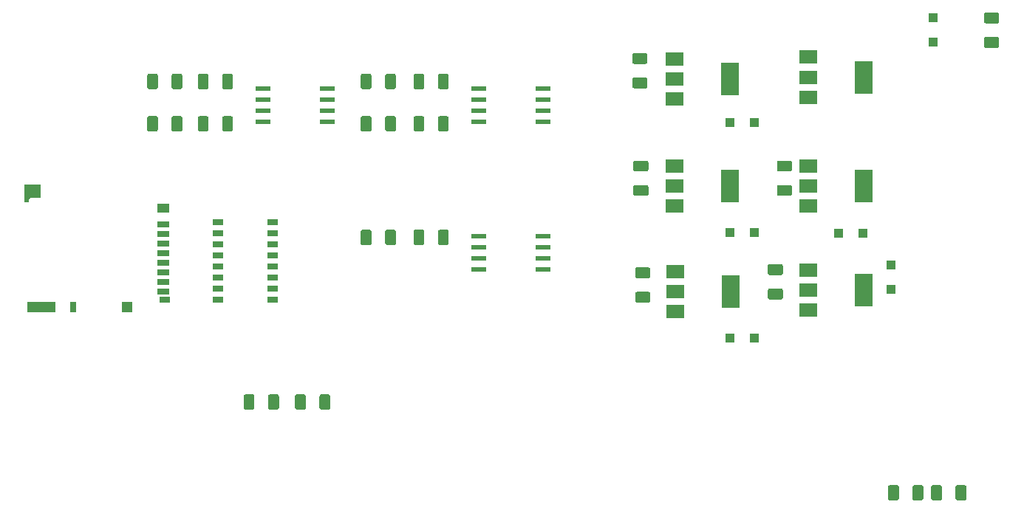
<source format=gbr>
G04 #@! TF.GenerationSoftware,KiCad,Pcbnew,(5.0.0)*
G04 #@! TF.CreationDate,2020-01-14T16:13:25-06:00*
G04 #@! TF.ProjectId,Igniter,49676E697465722E6B696361645F7063,rev?*
G04 #@! TF.SameCoordinates,Original*
G04 #@! TF.FileFunction,Paste,Top*
G04 #@! TF.FilePolarity,Positive*
%FSLAX46Y46*%
G04 Gerber Fmt 4.6, Leading zero omitted, Abs format (unit mm)*
G04 Created by KiCad (PCBNEW (5.0.0)) date 01/14/20 16:13:25*
%MOMM*%
%LPD*%
G01*
G04 APERTURE LIST*
%ADD10R,2.000000X3.800000*%
%ADD11R,2.000000X1.500000*%
%ADD12C,0.100000*%
%ADD13C,1.250000*%
%ADD14R,1.300000X0.800000*%
%ADD15R,1.400000X0.700000*%
%ADD16R,1.900000X1.500000*%
%ADD17R,1.400000X1.000000*%
%ADD18R,1.200000X1.200000*%
%ADD19R,3.200000X1.200000*%
%ADD20R,1.200000X0.700000*%
%ADD21R,0.500000X0.500000*%
%ADD22R,0.800000X1.200000*%
%ADD23C,0.200000*%
%ADD24R,1.750000X0.550000*%
%ADD25R,1.100000X1.100000*%
G04 APERTURE END LIST*
D10*
G04 #@! TO.C,Q2*
X167132400Y-96710500D03*
D11*
X160832400Y-96710500D03*
X160832400Y-99010500D03*
X160832400Y-94410500D03*
G04 #@! TD*
D12*
G04 #@! TO.C,D12*
G36*
X112435904Y-132908004D02*
X112460173Y-132911604D01*
X112483971Y-132917565D01*
X112507071Y-132925830D01*
X112529249Y-132936320D01*
X112550293Y-132948933D01*
X112569998Y-132963547D01*
X112588177Y-132980023D01*
X112604653Y-132998202D01*
X112619267Y-133017907D01*
X112631880Y-133038951D01*
X112642370Y-133061129D01*
X112650635Y-133084229D01*
X112656596Y-133108027D01*
X112660196Y-133132296D01*
X112661400Y-133156800D01*
X112661400Y-134406800D01*
X112660196Y-134431304D01*
X112656596Y-134455573D01*
X112650635Y-134479371D01*
X112642370Y-134502471D01*
X112631880Y-134524649D01*
X112619267Y-134545693D01*
X112604653Y-134565398D01*
X112588177Y-134583577D01*
X112569998Y-134600053D01*
X112550293Y-134614667D01*
X112529249Y-134627280D01*
X112507071Y-134637770D01*
X112483971Y-134646035D01*
X112460173Y-134651996D01*
X112435904Y-134655596D01*
X112411400Y-134656800D01*
X111661400Y-134656800D01*
X111636896Y-134655596D01*
X111612627Y-134651996D01*
X111588829Y-134646035D01*
X111565729Y-134637770D01*
X111543551Y-134627280D01*
X111522507Y-134614667D01*
X111502802Y-134600053D01*
X111484623Y-134583577D01*
X111468147Y-134565398D01*
X111453533Y-134545693D01*
X111440920Y-134524649D01*
X111430430Y-134502471D01*
X111422165Y-134479371D01*
X111416204Y-134455573D01*
X111412604Y-134431304D01*
X111411400Y-134406800D01*
X111411400Y-133156800D01*
X111412604Y-133132296D01*
X111416204Y-133108027D01*
X111422165Y-133084229D01*
X111430430Y-133061129D01*
X111440920Y-133038951D01*
X111453533Y-133017907D01*
X111468147Y-132998202D01*
X111484623Y-132980023D01*
X111502802Y-132963547D01*
X111522507Y-132948933D01*
X111543551Y-132936320D01*
X111565729Y-132925830D01*
X111588829Y-132917565D01*
X111612627Y-132911604D01*
X111636896Y-132908004D01*
X111661400Y-132906800D01*
X112411400Y-132906800D01*
X112435904Y-132908004D01*
X112435904Y-132908004D01*
G37*
D13*
X112036400Y-133781800D03*
D12*
G36*
X115235904Y-132908004D02*
X115260173Y-132911604D01*
X115283971Y-132917565D01*
X115307071Y-132925830D01*
X115329249Y-132936320D01*
X115350293Y-132948933D01*
X115369998Y-132963547D01*
X115388177Y-132980023D01*
X115404653Y-132998202D01*
X115419267Y-133017907D01*
X115431880Y-133038951D01*
X115442370Y-133061129D01*
X115450635Y-133084229D01*
X115456596Y-133108027D01*
X115460196Y-133132296D01*
X115461400Y-133156800D01*
X115461400Y-134406800D01*
X115460196Y-134431304D01*
X115456596Y-134455573D01*
X115450635Y-134479371D01*
X115442370Y-134502471D01*
X115431880Y-134524649D01*
X115419267Y-134545693D01*
X115404653Y-134565398D01*
X115388177Y-134583577D01*
X115369998Y-134600053D01*
X115350293Y-134614667D01*
X115329249Y-134627280D01*
X115307071Y-134637770D01*
X115283971Y-134646035D01*
X115260173Y-134651996D01*
X115235904Y-134655596D01*
X115211400Y-134656800D01*
X114461400Y-134656800D01*
X114436896Y-134655596D01*
X114412627Y-134651996D01*
X114388829Y-134646035D01*
X114365729Y-134637770D01*
X114343551Y-134627280D01*
X114322507Y-134614667D01*
X114302802Y-134600053D01*
X114284623Y-134583577D01*
X114268147Y-134565398D01*
X114253533Y-134545693D01*
X114240920Y-134524649D01*
X114230430Y-134502471D01*
X114222165Y-134479371D01*
X114216204Y-134455573D01*
X114212604Y-134431304D01*
X114211400Y-134406800D01*
X114211400Y-133156800D01*
X114212604Y-133132296D01*
X114216204Y-133108027D01*
X114222165Y-133084229D01*
X114230430Y-133061129D01*
X114240920Y-133038951D01*
X114253533Y-133017907D01*
X114268147Y-132998202D01*
X114284623Y-132980023D01*
X114302802Y-132963547D01*
X114322507Y-132948933D01*
X114343551Y-132936320D01*
X114365729Y-132925830D01*
X114388829Y-132917565D01*
X114412627Y-132911604D01*
X114436896Y-132908004D01*
X114461400Y-132906800D01*
X115211400Y-132906800D01*
X115235904Y-132908004D01*
X115235904Y-132908004D01*
G37*
D13*
X114836400Y-133781800D03*
G04 #@! TD*
D14*
G04 #@! TO.C,IC1*
X108470300Y-113139300D03*
X108470300Y-114419300D03*
X108470300Y-115679300D03*
X108470300Y-116949300D03*
X108470300Y-118229300D03*
X108470300Y-119499300D03*
X108470300Y-120759300D03*
X108470300Y-122039300D03*
X114770300Y-122039300D03*
X114770300Y-120759300D03*
X114770300Y-119499300D03*
X114770300Y-118229300D03*
X114770300Y-116949300D03*
X114770300Y-115679300D03*
X114770300Y-114419300D03*
X114770300Y-113139300D03*
G04 #@! TD*
D15*
G04 #@! TO.C,J13*
X102240000Y-113430000D03*
D16*
X87240000Y-109630000D03*
D17*
X102240000Y-111530000D03*
D18*
X98040000Y-122930000D03*
D19*
X88240000Y-122930000D03*
D20*
X102340000Y-122080000D03*
D15*
X102240000Y-114530000D03*
X102240000Y-115630000D03*
X102240000Y-116730000D03*
X102240000Y-117830000D03*
X102240000Y-118930000D03*
X102240000Y-120030000D03*
X102240000Y-121130000D03*
D21*
X86540000Y-110630000D03*
D22*
X91840000Y-122930000D03*
D23*
X86790000Y-110380000D03*
D12*
G36*
X86648579Y-110380000D02*
X86790000Y-110238579D01*
X86931421Y-110380000D01*
X86790000Y-110521421D01*
X86648579Y-110380000D01*
X86648579Y-110380000D01*
G37*
G04 #@! TD*
G04 #@! TO.C,D13*
G36*
X194019404Y-143316924D02*
X194043673Y-143320524D01*
X194067471Y-143326485D01*
X194090571Y-143334750D01*
X194112749Y-143345240D01*
X194133793Y-143357853D01*
X194153498Y-143372467D01*
X194171677Y-143388943D01*
X194188153Y-143407122D01*
X194202767Y-143426827D01*
X194215380Y-143447871D01*
X194225870Y-143470049D01*
X194234135Y-143493149D01*
X194240096Y-143516947D01*
X194243696Y-143541216D01*
X194244900Y-143565720D01*
X194244900Y-144815720D01*
X194243696Y-144840224D01*
X194240096Y-144864493D01*
X194234135Y-144888291D01*
X194225870Y-144911391D01*
X194215380Y-144933569D01*
X194202767Y-144954613D01*
X194188153Y-144974318D01*
X194171677Y-144992497D01*
X194153498Y-145008973D01*
X194133793Y-145023587D01*
X194112749Y-145036200D01*
X194090571Y-145046690D01*
X194067471Y-145054955D01*
X194043673Y-145060916D01*
X194019404Y-145064516D01*
X193994900Y-145065720D01*
X193244900Y-145065720D01*
X193220396Y-145064516D01*
X193196127Y-145060916D01*
X193172329Y-145054955D01*
X193149229Y-145046690D01*
X193127051Y-145036200D01*
X193106007Y-145023587D01*
X193086302Y-145008973D01*
X193068123Y-144992497D01*
X193051647Y-144974318D01*
X193037033Y-144954613D01*
X193024420Y-144933569D01*
X193013930Y-144911391D01*
X193005665Y-144888291D01*
X192999704Y-144864493D01*
X192996104Y-144840224D01*
X192994900Y-144815720D01*
X192994900Y-143565720D01*
X192996104Y-143541216D01*
X192999704Y-143516947D01*
X193005665Y-143493149D01*
X193013930Y-143470049D01*
X193024420Y-143447871D01*
X193037033Y-143426827D01*
X193051647Y-143407122D01*
X193068123Y-143388943D01*
X193086302Y-143372467D01*
X193106007Y-143357853D01*
X193127051Y-143345240D01*
X193149229Y-143334750D01*
X193172329Y-143326485D01*
X193196127Y-143320524D01*
X193220396Y-143316924D01*
X193244900Y-143315720D01*
X193994900Y-143315720D01*
X194019404Y-143316924D01*
X194019404Y-143316924D01*
G37*
D13*
X193619900Y-144190720D03*
D12*
G36*
X191219404Y-143316924D02*
X191243673Y-143320524D01*
X191267471Y-143326485D01*
X191290571Y-143334750D01*
X191312749Y-143345240D01*
X191333793Y-143357853D01*
X191353498Y-143372467D01*
X191371677Y-143388943D01*
X191388153Y-143407122D01*
X191402767Y-143426827D01*
X191415380Y-143447871D01*
X191425870Y-143470049D01*
X191434135Y-143493149D01*
X191440096Y-143516947D01*
X191443696Y-143541216D01*
X191444900Y-143565720D01*
X191444900Y-144815720D01*
X191443696Y-144840224D01*
X191440096Y-144864493D01*
X191434135Y-144888291D01*
X191425870Y-144911391D01*
X191415380Y-144933569D01*
X191402767Y-144954613D01*
X191388153Y-144974318D01*
X191371677Y-144992497D01*
X191353498Y-145008973D01*
X191333793Y-145023587D01*
X191312749Y-145036200D01*
X191290571Y-145046690D01*
X191267471Y-145054955D01*
X191243673Y-145060916D01*
X191219404Y-145064516D01*
X191194900Y-145065720D01*
X190444900Y-145065720D01*
X190420396Y-145064516D01*
X190396127Y-145060916D01*
X190372329Y-145054955D01*
X190349229Y-145046690D01*
X190327051Y-145036200D01*
X190306007Y-145023587D01*
X190286302Y-145008973D01*
X190268123Y-144992497D01*
X190251647Y-144974318D01*
X190237033Y-144954613D01*
X190224420Y-144933569D01*
X190213930Y-144911391D01*
X190205665Y-144888291D01*
X190199704Y-144864493D01*
X190196104Y-144840224D01*
X190194900Y-144815720D01*
X190194900Y-143565720D01*
X190196104Y-143541216D01*
X190199704Y-143516947D01*
X190205665Y-143493149D01*
X190213930Y-143470049D01*
X190224420Y-143447871D01*
X190237033Y-143426827D01*
X190251647Y-143407122D01*
X190268123Y-143388943D01*
X190286302Y-143372467D01*
X190306007Y-143357853D01*
X190327051Y-143345240D01*
X190349229Y-143334750D01*
X190372329Y-143326485D01*
X190396127Y-143320524D01*
X190420396Y-143316924D01*
X190444900Y-143315720D01*
X191194900Y-143315720D01*
X191219404Y-143316924D01*
X191219404Y-143316924D01*
G37*
D13*
X190819900Y-144190720D03*
G04 #@! TD*
D24*
G04 #@! TO.C,U2*
X113609900Y-97866200D03*
X113609900Y-99136200D03*
X113609900Y-100406200D03*
X113609900Y-101676200D03*
X121009900Y-101676200D03*
X121009900Y-100406200D03*
X121009900Y-99136200D03*
X121009900Y-97866200D03*
G04 #@! TD*
G04 #@! TO.C,U3*
X145736800Y-97866200D03*
X145736800Y-99136200D03*
X145736800Y-100406200D03*
X145736800Y-101676200D03*
X138336800Y-101676200D03*
X138336800Y-100406200D03*
X138336800Y-99136200D03*
X138336800Y-97866200D03*
G04 #@! TD*
G04 #@! TO.C,U4*
X138336800Y-114757200D03*
X138336800Y-116027200D03*
X138336800Y-117297200D03*
X138336800Y-118567200D03*
X145736800Y-118567200D03*
X145736800Y-117297200D03*
X145736800Y-116027200D03*
X145736800Y-114757200D03*
G04 #@! TD*
D12*
G04 #@! TO.C,R1*
G36*
X121128704Y-132908004D02*
X121152973Y-132911604D01*
X121176771Y-132917565D01*
X121199871Y-132925830D01*
X121222049Y-132936320D01*
X121243093Y-132948933D01*
X121262798Y-132963547D01*
X121280977Y-132980023D01*
X121297453Y-132998202D01*
X121312067Y-133017907D01*
X121324680Y-133038951D01*
X121335170Y-133061129D01*
X121343435Y-133084229D01*
X121349396Y-133108027D01*
X121352996Y-133132296D01*
X121354200Y-133156800D01*
X121354200Y-134406800D01*
X121352996Y-134431304D01*
X121349396Y-134455573D01*
X121343435Y-134479371D01*
X121335170Y-134502471D01*
X121324680Y-134524649D01*
X121312067Y-134545693D01*
X121297453Y-134565398D01*
X121280977Y-134583577D01*
X121262798Y-134600053D01*
X121243093Y-134614667D01*
X121222049Y-134627280D01*
X121199871Y-134637770D01*
X121176771Y-134646035D01*
X121152973Y-134651996D01*
X121128704Y-134655596D01*
X121104200Y-134656800D01*
X120354200Y-134656800D01*
X120329696Y-134655596D01*
X120305427Y-134651996D01*
X120281629Y-134646035D01*
X120258529Y-134637770D01*
X120236351Y-134627280D01*
X120215307Y-134614667D01*
X120195602Y-134600053D01*
X120177423Y-134583577D01*
X120160947Y-134565398D01*
X120146333Y-134545693D01*
X120133720Y-134524649D01*
X120123230Y-134502471D01*
X120114965Y-134479371D01*
X120109004Y-134455573D01*
X120105404Y-134431304D01*
X120104200Y-134406800D01*
X120104200Y-133156800D01*
X120105404Y-133132296D01*
X120109004Y-133108027D01*
X120114965Y-133084229D01*
X120123230Y-133061129D01*
X120133720Y-133038951D01*
X120146333Y-133017907D01*
X120160947Y-132998202D01*
X120177423Y-132980023D01*
X120195602Y-132963547D01*
X120215307Y-132948933D01*
X120236351Y-132936320D01*
X120258529Y-132925830D01*
X120281629Y-132917565D01*
X120305427Y-132911604D01*
X120329696Y-132908004D01*
X120354200Y-132906800D01*
X121104200Y-132906800D01*
X121128704Y-132908004D01*
X121128704Y-132908004D01*
G37*
D13*
X120729200Y-133781800D03*
D12*
G36*
X118328704Y-132908004D02*
X118352973Y-132911604D01*
X118376771Y-132917565D01*
X118399871Y-132925830D01*
X118422049Y-132936320D01*
X118443093Y-132948933D01*
X118462798Y-132963547D01*
X118480977Y-132980023D01*
X118497453Y-132998202D01*
X118512067Y-133017907D01*
X118524680Y-133038951D01*
X118535170Y-133061129D01*
X118543435Y-133084229D01*
X118549396Y-133108027D01*
X118552996Y-133132296D01*
X118554200Y-133156800D01*
X118554200Y-134406800D01*
X118552996Y-134431304D01*
X118549396Y-134455573D01*
X118543435Y-134479371D01*
X118535170Y-134502471D01*
X118524680Y-134524649D01*
X118512067Y-134545693D01*
X118497453Y-134565398D01*
X118480977Y-134583577D01*
X118462798Y-134600053D01*
X118443093Y-134614667D01*
X118422049Y-134627280D01*
X118399871Y-134637770D01*
X118376771Y-134646035D01*
X118352973Y-134651996D01*
X118328704Y-134655596D01*
X118304200Y-134656800D01*
X117554200Y-134656800D01*
X117529696Y-134655596D01*
X117505427Y-134651996D01*
X117481629Y-134646035D01*
X117458529Y-134637770D01*
X117436351Y-134627280D01*
X117415307Y-134614667D01*
X117395602Y-134600053D01*
X117377423Y-134583577D01*
X117360947Y-134565398D01*
X117346333Y-134545693D01*
X117333720Y-134524649D01*
X117323230Y-134502471D01*
X117314965Y-134479371D01*
X117309004Y-134455573D01*
X117305404Y-134431304D01*
X117304200Y-134406800D01*
X117304200Y-133156800D01*
X117305404Y-133132296D01*
X117309004Y-133108027D01*
X117314965Y-133084229D01*
X117323230Y-133061129D01*
X117333720Y-133038951D01*
X117346333Y-133017907D01*
X117360947Y-132998202D01*
X117377423Y-132980023D01*
X117395602Y-132963547D01*
X117415307Y-132948933D01*
X117436351Y-132936320D01*
X117458529Y-132925830D01*
X117481629Y-132917565D01*
X117505427Y-132911604D01*
X117529696Y-132908004D01*
X117554200Y-132906800D01*
X118304200Y-132906800D01*
X118328704Y-132908004D01*
X118328704Y-132908004D01*
G37*
D13*
X117929200Y-133781800D03*
G04 #@! TD*
D12*
G04 #@! TO.C,R4*
G36*
X189083864Y-143316924D02*
X189108133Y-143320524D01*
X189131931Y-143326485D01*
X189155031Y-143334750D01*
X189177209Y-143345240D01*
X189198253Y-143357853D01*
X189217958Y-143372467D01*
X189236137Y-143388943D01*
X189252613Y-143407122D01*
X189267227Y-143426827D01*
X189279840Y-143447871D01*
X189290330Y-143470049D01*
X189298595Y-143493149D01*
X189304556Y-143516947D01*
X189308156Y-143541216D01*
X189309360Y-143565720D01*
X189309360Y-144815720D01*
X189308156Y-144840224D01*
X189304556Y-144864493D01*
X189298595Y-144888291D01*
X189290330Y-144911391D01*
X189279840Y-144933569D01*
X189267227Y-144954613D01*
X189252613Y-144974318D01*
X189236137Y-144992497D01*
X189217958Y-145008973D01*
X189198253Y-145023587D01*
X189177209Y-145036200D01*
X189155031Y-145046690D01*
X189131931Y-145054955D01*
X189108133Y-145060916D01*
X189083864Y-145064516D01*
X189059360Y-145065720D01*
X188309360Y-145065720D01*
X188284856Y-145064516D01*
X188260587Y-145060916D01*
X188236789Y-145054955D01*
X188213689Y-145046690D01*
X188191511Y-145036200D01*
X188170467Y-145023587D01*
X188150762Y-145008973D01*
X188132583Y-144992497D01*
X188116107Y-144974318D01*
X188101493Y-144954613D01*
X188088880Y-144933569D01*
X188078390Y-144911391D01*
X188070125Y-144888291D01*
X188064164Y-144864493D01*
X188060564Y-144840224D01*
X188059360Y-144815720D01*
X188059360Y-143565720D01*
X188060564Y-143541216D01*
X188064164Y-143516947D01*
X188070125Y-143493149D01*
X188078390Y-143470049D01*
X188088880Y-143447871D01*
X188101493Y-143426827D01*
X188116107Y-143407122D01*
X188132583Y-143388943D01*
X188150762Y-143372467D01*
X188170467Y-143357853D01*
X188191511Y-143345240D01*
X188213689Y-143334750D01*
X188236789Y-143326485D01*
X188260587Y-143320524D01*
X188284856Y-143316924D01*
X188309360Y-143315720D01*
X189059360Y-143315720D01*
X189083864Y-143316924D01*
X189083864Y-143316924D01*
G37*
D13*
X188684360Y-144190720D03*
D12*
G36*
X186283864Y-143316924D02*
X186308133Y-143320524D01*
X186331931Y-143326485D01*
X186355031Y-143334750D01*
X186377209Y-143345240D01*
X186398253Y-143357853D01*
X186417958Y-143372467D01*
X186436137Y-143388943D01*
X186452613Y-143407122D01*
X186467227Y-143426827D01*
X186479840Y-143447871D01*
X186490330Y-143470049D01*
X186498595Y-143493149D01*
X186504556Y-143516947D01*
X186508156Y-143541216D01*
X186509360Y-143565720D01*
X186509360Y-144815720D01*
X186508156Y-144840224D01*
X186504556Y-144864493D01*
X186498595Y-144888291D01*
X186490330Y-144911391D01*
X186479840Y-144933569D01*
X186467227Y-144954613D01*
X186452613Y-144974318D01*
X186436137Y-144992497D01*
X186417958Y-145008973D01*
X186398253Y-145023587D01*
X186377209Y-145036200D01*
X186355031Y-145046690D01*
X186331931Y-145054955D01*
X186308133Y-145060916D01*
X186283864Y-145064516D01*
X186259360Y-145065720D01*
X185509360Y-145065720D01*
X185484856Y-145064516D01*
X185460587Y-145060916D01*
X185436789Y-145054955D01*
X185413689Y-145046690D01*
X185391511Y-145036200D01*
X185370467Y-145023587D01*
X185350762Y-145008973D01*
X185332583Y-144992497D01*
X185316107Y-144974318D01*
X185301493Y-144954613D01*
X185288880Y-144933569D01*
X185278390Y-144911391D01*
X185270125Y-144888291D01*
X185264164Y-144864493D01*
X185260564Y-144840224D01*
X185259360Y-144815720D01*
X185259360Y-143565720D01*
X185260564Y-143541216D01*
X185264164Y-143516947D01*
X185270125Y-143493149D01*
X185278390Y-143470049D01*
X185288880Y-143447871D01*
X185301493Y-143426827D01*
X185316107Y-143407122D01*
X185332583Y-143388943D01*
X185350762Y-143372467D01*
X185370467Y-143357853D01*
X185391511Y-143345240D01*
X185413689Y-143334750D01*
X185436789Y-143326485D01*
X185460587Y-143320524D01*
X185484856Y-143316924D01*
X185509360Y-143315720D01*
X186259360Y-143315720D01*
X186283864Y-143316924D01*
X186283864Y-143316924D01*
G37*
D13*
X185884360Y-144190720D03*
G04 #@! TD*
D12*
G04 #@! TO.C,R5*
G36*
X109975104Y-100992904D02*
X109999373Y-100996504D01*
X110023171Y-101002465D01*
X110046271Y-101010730D01*
X110068449Y-101021220D01*
X110089493Y-101033833D01*
X110109198Y-101048447D01*
X110127377Y-101064923D01*
X110143853Y-101083102D01*
X110158467Y-101102807D01*
X110171080Y-101123851D01*
X110181570Y-101146029D01*
X110189835Y-101169129D01*
X110195796Y-101192927D01*
X110199396Y-101217196D01*
X110200600Y-101241700D01*
X110200600Y-102491700D01*
X110199396Y-102516204D01*
X110195796Y-102540473D01*
X110189835Y-102564271D01*
X110181570Y-102587371D01*
X110171080Y-102609549D01*
X110158467Y-102630593D01*
X110143853Y-102650298D01*
X110127377Y-102668477D01*
X110109198Y-102684953D01*
X110089493Y-102699567D01*
X110068449Y-102712180D01*
X110046271Y-102722670D01*
X110023171Y-102730935D01*
X109999373Y-102736896D01*
X109975104Y-102740496D01*
X109950600Y-102741700D01*
X109200600Y-102741700D01*
X109176096Y-102740496D01*
X109151827Y-102736896D01*
X109128029Y-102730935D01*
X109104929Y-102722670D01*
X109082751Y-102712180D01*
X109061707Y-102699567D01*
X109042002Y-102684953D01*
X109023823Y-102668477D01*
X109007347Y-102650298D01*
X108992733Y-102630593D01*
X108980120Y-102609549D01*
X108969630Y-102587371D01*
X108961365Y-102564271D01*
X108955404Y-102540473D01*
X108951804Y-102516204D01*
X108950600Y-102491700D01*
X108950600Y-101241700D01*
X108951804Y-101217196D01*
X108955404Y-101192927D01*
X108961365Y-101169129D01*
X108969630Y-101146029D01*
X108980120Y-101123851D01*
X108992733Y-101102807D01*
X109007347Y-101083102D01*
X109023823Y-101064923D01*
X109042002Y-101048447D01*
X109061707Y-101033833D01*
X109082751Y-101021220D01*
X109104929Y-101010730D01*
X109128029Y-101002465D01*
X109151827Y-100996504D01*
X109176096Y-100992904D01*
X109200600Y-100991700D01*
X109950600Y-100991700D01*
X109975104Y-100992904D01*
X109975104Y-100992904D01*
G37*
D13*
X109575600Y-101866700D03*
D12*
G36*
X107175104Y-100992904D02*
X107199373Y-100996504D01*
X107223171Y-101002465D01*
X107246271Y-101010730D01*
X107268449Y-101021220D01*
X107289493Y-101033833D01*
X107309198Y-101048447D01*
X107327377Y-101064923D01*
X107343853Y-101083102D01*
X107358467Y-101102807D01*
X107371080Y-101123851D01*
X107381570Y-101146029D01*
X107389835Y-101169129D01*
X107395796Y-101192927D01*
X107399396Y-101217196D01*
X107400600Y-101241700D01*
X107400600Y-102491700D01*
X107399396Y-102516204D01*
X107395796Y-102540473D01*
X107389835Y-102564271D01*
X107381570Y-102587371D01*
X107371080Y-102609549D01*
X107358467Y-102630593D01*
X107343853Y-102650298D01*
X107327377Y-102668477D01*
X107309198Y-102684953D01*
X107289493Y-102699567D01*
X107268449Y-102712180D01*
X107246271Y-102722670D01*
X107223171Y-102730935D01*
X107199373Y-102736896D01*
X107175104Y-102740496D01*
X107150600Y-102741700D01*
X106400600Y-102741700D01*
X106376096Y-102740496D01*
X106351827Y-102736896D01*
X106328029Y-102730935D01*
X106304929Y-102722670D01*
X106282751Y-102712180D01*
X106261707Y-102699567D01*
X106242002Y-102684953D01*
X106223823Y-102668477D01*
X106207347Y-102650298D01*
X106192733Y-102630593D01*
X106180120Y-102609549D01*
X106169630Y-102587371D01*
X106161365Y-102564271D01*
X106155404Y-102540473D01*
X106151804Y-102516204D01*
X106150600Y-102491700D01*
X106150600Y-101241700D01*
X106151804Y-101217196D01*
X106155404Y-101192927D01*
X106161365Y-101169129D01*
X106169630Y-101146029D01*
X106180120Y-101123851D01*
X106192733Y-101102807D01*
X106207347Y-101083102D01*
X106223823Y-101064923D01*
X106242002Y-101048447D01*
X106261707Y-101033833D01*
X106282751Y-101021220D01*
X106304929Y-101010730D01*
X106328029Y-101002465D01*
X106351827Y-100996504D01*
X106376096Y-100992904D01*
X106400600Y-100991700D01*
X107150600Y-100991700D01*
X107175104Y-100992904D01*
X107175104Y-100992904D01*
G37*
D13*
X106775600Y-101866700D03*
G04 #@! TD*
D12*
G04 #@! TO.C,R6*
G36*
X197778904Y-89111404D02*
X197803173Y-89115004D01*
X197826971Y-89120965D01*
X197850071Y-89129230D01*
X197872249Y-89139720D01*
X197893293Y-89152333D01*
X197912998Y-89166947D01*
X197931177Y-89183423D01*
X197947653Y-89201602D01*
X197962267Y-89221307D01*
X197974880Y-89242351D01*
X197985370Y-89264529D01*
X197993635Y-89287629D01*
X197999596Y-89311427D01*
X198003196Y-89335696D01*
X198004400Y-89360200D01*
X198004400Y-90110200D01*
X198003196Y-90134704D01*
X197999596Y-90158973D01*
X197993635Y-90182771D01*
X197985370Y-90205871D01*
X197974880Y-90228049D01*
X197962267Y-90249093D01*
X197947653Y-90268798D01*
X197931177Y-90286977D01*
X197912998Y-90303453D01*
X197893293Y-90318067D01*
X197872249Y-90330680D01*
X197850071Y-90341170D01*
X197826971Y-90349435D01*
X197803173Y-90355396D01*
X197778904Y-90358996D01*
X197754400Y-90360200D01*
X196504400Y-90360200D01*
X196479896Y-90358996D01*
X196455627Y-90355396D01*
X196431829Y-90349435D01*
X196408729Y-90341170D01*
X196386551Y-90330680D01*
X196365507Y-90318067D01*
X196345802Y-90303453D01*
X196327623Y-90286977D01*
X196311147Y-90268798D01*
X196296533Y-90249093D01*
X196283920Y-90228049D01*
X196273430Y-90205871D01*
X196265165Y-90182771D01*
X196259204Y-90158973D01*
X196255604Y-90134704D01*
X196254400Y-90110200D01*
X196254400Y-89360200D01*
X196255604Y-89335696D01*
X196259204Y-89311427D01*
X196265165Y-89287629D01*
X196273430Y-89264529D01*
X196283920Y-89242351D01*
X196296533Y-89221307D01*
X196311147Y-89201602D01*
X196327623Y-89183423D01*
X196345802Y-89166947D01*
X196365507Y-89152333D01*
X196386551Y-89139720D01*
X196408729Y-89129230D01*
X196431829Y-89120965D01*
X196455627Y-89115004D01*
X196479896Y-89111404D01*
X196504400Y-89110200D01*
X197754400Y-89110200D01*
X197778904Y-89111404D01*
X197778904Y-89111404D01*
G37*
D13*
X197129400Y-89735200D03*
D12*
G36*
X197778904Y-91911404D02*
X197803173Y-91915004D01*
X197826971Y-91920965D01*
X197850071Y-91929230D01*
X197872249Y-91939720D01*
X197893293Y-91952333D01*
X197912998Y-91966947D01*
X197931177Y-91983423D01*
X197947653Y-92001602D01*
X197962267Y-92021307D01*
X197974880Y-92042351D01*
X197985370Y-92064529D01*
X197993635Y-92087629D01*
X197999596Y-92111427D01*
X198003196Y-92135696D01*
X198004400Y-92160200D01*
X198004400Y-92910200D01*
X198003196Y-92934704D01*
X197999596Y-92958973D01*
X197993635Y-92982771D01*
X197985370Y-93005871D01*
X197974880Y-93028049D01*
X197962267Y-93049093D01*
X197947653Y-93068798D01*
X197931177Y-93086977D01*
X197912998Y-93103453D01*
X197893293Y-93118067D01*
X197872249Y-93130680D01*
X197850071Y-93141170D01*
X197826971Y-93149435D01*
X197803173Y-93155396D01*
X197778904Y-93158996D01*
X197754400Y-93160200D01*
X196504400Y-93160200D01*
X196479896Y-93158996D01*
X196455627Y-93155396D01*
X196431829Y-93149435D01*
X196408729Y-93141170D01*
X196386551Y-93130680D01*
X196365507Y-93118067D01*
X196345802Y-93103453D01*
X196327623Y-93086977D01*
X196311147Y-93068798D01*
X196296533Y-93049093D01*
X196283920Y-93028049D01*
X196273430Y-93005871D01*
X196265165Y-92982771D01*
X196259204Y-92958973D01*
X196255604Y-92934704D01*
X196254400Y-92910200D01*
X196254400Y-92160200D01*
X196255604Y-92135696D01*
X196259204Y-92111427D01*
X196265165Y-92087629D01*
X196273430Y-92064529D01*
X196283920Y-92042351D01*
X196296533Y-92021307D01*
X196311147Y-92001602D01*
X196327623Y-91983423D01*
X196345802Y-91966947D01*
X196365507Y-91952333D01*
X196386551Y-91939720D01*
X196408729Y-91929230D01*
X196431829Y-91920965D01*
X196455627Y-91915004D01*
X196479896Y-91911404D01*
X196504400Y-91910200D01*
X197754400Y-91910200D01*
X197778904Y-91911404D01*
X197778904Y-91911404D01*
G37*
D13*
X197129400Y-92535200D03*
G04 #@! TD*
D12*
G04 #@! TO.C,R7*
G36*
X134702004Y-100992904D02*
X134726273Y-100996504D01*
X134750071Y-101002465D01*
X134773171Y-101010730D01*
X134795349Y-101021220D01*
X134816393Y-101033833D01*
X134836098Y-101048447D01*
X134854277Y-101064923D01*
X134870753Y-101083102D01*
X134885367Y-101102807D01*
X134897980Y-101123851D01*
X134908470Y-101146029D01*
X134916735Y-101169129D01*
X134922696Y-101192927D01*
X134926296Y-101217196D01*
X134927500Y-101241700D01*
X134927500Y-102491700D01*
X134926296Y-102516204D01*
X134922696Y-102540473D01*
X134916735Y-102564271D01*
X134908470Y-102587371D01*
X134897980Y-102609549D01*
X134885367Y-102630593D01*
X134870753Y-102650298D01*
X134854277Y-102668477D01*
X134836098Y-102684953D01*
X134816393Y-102699567D01*
X134795349Y-102712180D01*
X134773171Y-102722670D01*
X134750071Y-102730935D01*
X134726273Y-102736896D01*
X134702004Y-102740496D01*
X134677500Y-102741700D01*
X133927500Y-102741700D01*
X133902996Y-102740496D01*
X133878727Y-102736896D01*
X133854929Y-102730935D01*
X133831829Y-102722670D01*
X133809651Y-102712180D01*
X133788607Y-102699567D01*
X133768902Y-102684953D01*
X133750723Y-102668477D01*
X133734247Y-102650298D01*
X133719633Y-102630593D01*
X133707020Y-102609549D01*
X133696530Y-102587371D01*
X133688265Y-102564271D01*
X133682304Y-102540473D01*
X133678704Y-102516204D01*
X133677500Y-102491700D01*
X133677500Y-101241700D01*
X133678704Y-101217196D01*
X133682304Y-101192927D01*
X133688265Y-101169129D01*
X133696530Y-101146029D01*
X133707020Y-101123851D01*
X133719633Y-101102807D01*
X133734247Y-101083102D01*
X133750723Y-101064923D01*
X133768902Y-101048447D01*
X133788607Y-101033833D01*
X133809651Y-101021220D01*
X133831829Y-101010730D01*
X133854929Y-101002465D01*
X133878727Y-100996504D01*
X133902996Y-100992904D01*
X133927500Y-100991700D01*
X134677500Y-100991700D01*
X134702004Y-100992904D01*
X134702004Y-100992904D01*
G37*
D13*
X134302500Y-101866700D03*
D12*
G36*
X131902004Y-100992904D02*
X131926273Y-100996504D01*
X131950071Y-101002465D01*
X131973171Y-101010730D01*
X131995349Y-101021220D01*
X132016393Y-101033833D01*
X132036098Y-101048447D01*
X132054277Y-101064923D01*
X132070753Y-101083102D01*
X132085367Y-101102807D01*
X132097980Y-101123851D01*
X132108470Y-101146029D01*
X132116735Y-101169129D01*
X132122696Y-101192927D01*
X132126296Y-101217196D01*
X132127500Y-101241700D01*
X132127500Y-102491700D01*
X132126296Y-102516204D01*
X132122696Y-102540473D01*
X132116735Y-102564271D01*
X132108470Y-102587371D01*
X132097980Y-102609549D01*
X132085367Y-102630593D01*
X132070753Y-102650298D01*
X132054277Y-102668477D01*
X132036098Y-102684953D01*
X132016393Y-102699567D01*
X131995349Y-102712180D01*
X131973171Y-102722670D01*
X131950071Y-102730935D01*
X131926273Y-102736896D01*
X131902004Y-102740496D01*
X131877500Y-102741700D01*
X131127500Y-102741700D01*
X131102996Y-102740496D01*
X131078727Y-102736896D01*
X131054929Y-102730935D01*
X131031829Y-102722670D01*
X131009651Y-102712180D01*
X130988607Y-102699567D01*
X130968902Y-102684953D01*
X130950723Y-102668477D01*
X130934247Y-102650298D01*
X130919633Y-102630593D01*
X130907020Y-102609549D01*
X130896530Y-102587371D01*
X130888265Y-102564271D01*
X130882304Y-102540473D01*
X130878704Y-102516204D01*
X130877500Y-102491700D01*
X130877500Y-101241700D01*
X130878704Y-101217196D01*
X130882304Y-101192927D01*
X130888265Y-101169129D01*
X130896530Y-101146029D01*
X130907020Y-101123851D01*
X130919633Y-101102807D01*
X130934247Y-101083102D01*
X130950723Y-101064923D01*
X130968902Y-101048447D01*
X130988607Y-101033833D01*
X131009651Y-101021220D01*
X131031829Y-101010730D01*
X131054929Y-101002465D01*
X131078727Y-100996504D01*
X131102996Y-100992904D01*
X131127500Y-100991700D01*
X131877500Y-100991700D01*
X131902004Y-100992904D01*
X131902004Y-100992904D01*
G37*
D13*
X131502500Y-101866700D03*
G04 #@! TD*
D12*
G04 #@! TO.C,R8*
G36*
X107175104Y-96141504D02*
X107199373Y-96145104D01*
X107223171Y-96151065D01*
X107246271Y-96159330D01*
X107268449Y-96169820D01*
X107289493Y-96182433D01*
X107309198Y-96197047D01*
X107327377Y-96213523D01*
X107343853Y-96231702D01*
X107358467Y-96251407D01*
X107371080Y-96272451D01*
X107381570Y-96294629D01*
X107389835Y-96317729D01*
X107395796Y-96341527D01*
X107399396Y-96365796D01*
X107400600Y-96390300D01*
X107400600Y-97640300D01*
X107399396Y-97664804D01*
X107395796Y-97689073D01*
X107389835Y-97712871D01*
X107381570Y-97735971D01*
X107371080Y-97758149D01*
X107358467Y-97779193D01*
X107343853Y-97798898D01*
X107327377Y-97817077D01*
X107309198Y-97833553D01*
X107289493Y-97848167D01*
X107268449Y-97860780D01*
X107246271Y-97871270D01*
X107223171Y-97879535D01*
X107199373Y-97885496D01*
X107175104Y-97889096D01*
X107150600Y-97890300D01*
X106400600Y-97890300D01*
X106376096Y-97889096D01*
X106351827Y-97885496D01*
X106328029Y-97879535D01*
X106304929Y-97871270D01*
X106282751Y-97860780D01*
X106261707Y-97848167D01*
X106242002Y-97833553D01*
X106223823Y-97817077D01*
X106207347Y-97798898D01*
X106192733Y-97779193D01*
X106180120Y-97758149D01*
X106169630Y-97735971D01*
X106161365Y-97712871D01*
X106155404Y-97689073D01*
X106151804Y-97664804D01*
X106150600Y-97640300D01*
X106150600Y-96390300D01*
X106151804Y-96365796D01*
X106155404Y-96341527D01*
X106161365Y-96317729D01*
X106169630Y-96294629D01*
X106180120Y-96272451D01*
X106192733Y-96251407D01*
X106207347Y-96231702D01*
X106223823Y-96213523D01*
X106242002Y-96197047D01*
X106261707Y-96182433D01*
X106282751Y-96169820D01*
X106304929Y-96159330D01*
X106328029Y-96151065D01*
X106351827Y-96145104D01*
X106376096Y-96141504D01*
X106400600Y-96140300D01*
X107150600Y-96140300D01*
X107175104Y-96141504D01*
X107175104Y-96141504D01*
G37*
D13*
X106775600Y-97015300D03*
D12*
G36*
X109975104Y-96141504D02*
X109999373Y-96145104D01*
X110023171Y-96151065D01*
X110046271Y-96159330D01*
X110068449Y-96169820D01*
X110089493Y-96182433D01*
X110109198Y-96197047D01*
X110127377Y-96213523D01*
X110143853Y-96231702D01*
X110158467Y-96251407D01*
X110171080Y-96272451D01*
X110181570Y-96294629D01*
X110189835Y-96317729D01*
X110195796Y-96341527D01*
X110199396Y-96365796D01*
X110200600Y-96390300D01*
X110200600Y-97640300D01*
X110199396Y-97664804D01*
X110195796Y-97689073D01*
X110189835Y-97712871D01*
X110181570Y-97735971D01*
X110171080Y-97758149D01*
X110158467Y-97779193D01*
X110143853Y-97798898D01*
X110127377Y-97817077D01*
X110109198Y-97833553D01*
X110089493Y-97848167D01*
X110068449Y-97860780D01*
X110046271Y-97871270D01*
X110023171Y-97879535D01*
X109999373Y-97885496D01*
X109975104Y-97889096D01*
X109950600Y-97890300D01*
X109200600Y-97890300D01*
X109176096Y-97889096D01*
X109151827Y-97885496D01*
X109128029Y-97879535D01*
X109104929Y-97871270D01*
X109082751Y-97860780D01*
X109061707Y-97848167D01*
X109042002Y-97833553D01*
X109023823Y-97817077D01*
X109007347Y-97798898D01*
X108992733Y-97779193D01*
X108980120Y-97758149D01*
X108969630Y-97735971D01*
X108961365Y-97712871D01*
X108955404Y-97689073D01*
X108951804Y-97664804D01*
X108950600Y-97640300D01*
X108950600Y-96390300D01*
X108951804Y-96365796D01*
X108955404Y-96341527D01*
X108961365Y-96317729D01*
X108969630Y-96294629D01*
X108980120Y-96272451D01*
X108992733Y-96251407D01*
X109007347Y-96231702D01*
X109023823Y-96213523D01*
X109042002Y-96197047D01*
X109061707Y-96182433D01*
X109082751Y-96169820D01*
X109104929Y-96159330D01*
X109128029Y-96151065D01*
X109151827Y-96145104D01*
X109176096Y-96141504D01*
X109200600Y-96140300D01*
X109950600Y-96140300D01*
X109975104Y-96141504D01*
X109975104Y-96141504D01*
G37*
D13*
X109575600Y-97015300D03*
G04 #@! TD*
D12*
G04 #@! TO.C,R9*
G36*
X134702004Y-96141504D02*
X134726273Y-96145104D01*
X134750071Y-96151065D01*
X134773171Y-96159330D01*
X134795349Y-96169820D01*
X134816393Y-96182433D01*
X134836098Y-96197047D01*
X134854277Y-96213523D01*
X134870753Y-96231702D01*
X134885367Y-96251407D01*
X134897980Y-96272451D01*
X134908470Y-96294629D01*
X134916735Y-96317729D01*
X134922696Y-96341527D01*
X134926296Y-96365796D01*
X134927500Y-96390300D01*
X134927500Y-97640300D01*
X134926296Y-97664804D01*
X134922696Y-97689073D01*
X134916735Y-97712871D01*
X134908470Y-97735971D01*
X134897980Y-97758149D01*
X134885367Y-97779193D01*
X134870753Y-97798898D01*
X134854277Y-97817077D01*
X134836098Y-97833553D01*
X134816393Y-97848167D01*
X134795349Y-97860780D01*
X134773171Y-97871270D01*
X134750071Y-97879535D01*
X134726273Y-97885496D01*
X134702004Y-97889096D01*
X134677500Y-97890300D01*
X133927500Y-97890300D01*
X133902996Y-97889096D01*
X133878727Y-97885496D01*
X133854929Y-97879535D01*
X133831829Y-97871270D01*
X133809651Y-97860780D01*
X133788607Y-97848167D01*
X133768902Y-97833553D01*
X133750723Y-97817077D01*
X133734247Y-97798898D01*
X133719633Y-97779193D01*
X133707020Y-97758149D01*
X133696530Y-97735971D01*
X133688265Y-97712871D01*
X133682304Y-97689073D01*
X133678704Y-97664804D01*
X133677500Y-97640300D01*
X133677500Y-96390300D01*
X133678704Y-96365796D01*
X133682304Y-96341527D01*
X133688265Y-96317729D01*
X133696530Y-96294629D01*
X133707020Y-96272451D01*
X133719633Y-96251407D01*
X133734247Y-96231702D01*
X133750723Y-96213523D01*
X133768902Y-96197047D01*
X133788607Y-96182433D01*
X133809651Y-96169820D01*
X133831829Y-96159330D01*
X133854929Y-96151065D01*
X133878727Y-96145104D01*
X133902996Y-96141504D01*
X133927500Y-96140300D01*
X134677500Y-96140300D01*
X134702004Y-96141504D01*
X134702004Y-96141504D01*
G37*
D13*
X134302500Y-97015300D03*
D12*
G36*
X131902004Y-96141504D02*
X131926273Y-96145104D01*
X131950071Y-96151065D01*
X131973171Y-96159330D01*
X131995349Y-96169820D01*
X132016393Y-96182433D01*
X132036098Y-96197047D01*
X132054277Y-96213523D01*
X132070753Y-96231702D01*
X132085367Y-96251407D01*
X132097980Y-96272451D01*
X132108470Y-96294629D01*
X132116735Y-96317729D01*
X132122696Y-96341527D01*
X132126296Y-96365796D01*
X132127500Y-96390300D01*
X132127500Y-97640300D01*
X132126296Y-97664804D01*
X132122696Y-97689073D01*
X132116735Y-97712871D01*
X132108470Y-97735971D01*
X132097980Y-97758149D01*
X132085367Y-97779193D01*
X132070753Y-97798898D01*
X132054277Y-97817077D01*
X132036098Y-97833553D01*
X132016393Y-97848167D01*
X131995349Y-97860780D01*
X131973171Y-97871270D01*
X131950071Y-97879535D01*
X131926273Y-97885496D01*
X131902004Y-97889096D01*
X131877500Y-97890300D01*
X131127500Y-97890300D01*
X131102996Y-97889096D01*
X131078727Y-97885496D01*
X131054929Y-97879535D01*
X131031829Y-97871270D01*
X131009651Y-97860780D01*
X130988607Y-97848167D01*
X130968902Y-97833553D01*
X130950723Y-97817077D01*
X130934247Y-97798898D01*
X130919633Y-97779193D01*
X130907020Y-97758149D01*
X130896530Y-97735971D01*
X130888265Y-97712871D01*
X130882304Y-97689073D01*
X130878704Y-97664804D01*
X130877500Y-97640300D01*
X130877500Y-96390300D01*
X130878704Y-96365796D01*
X130882304Y-96341527D01*
X130888265Y-96317729D01*
X130896530Y-96294629D01*
X130907020Y-96272451D01*
X130919633Y-96251407D01*
X130934247Y-96231702D01*
X130950723Y-96213523D01*
X130968902Y-96197047D01*
X130988607Y-96182433D01*
X131009651Y-96169820D01*
X131031829Y-96159330D01*
X131054929Y-96151065D01*
X131078727Y-96145104D01*
X131102996Y-96141504D01*
X131127500Y-96140300D01*
X131877500Y-96140300D01*
X131902004Y-96141504D01*
X131902004Y-96141504D01*
G37*
D13*
X131502500Y-97015300D03*
G04 #@! TD*
D12*
G04 #@! TO.C,R10*
G36*
X131902004Y-114023104D02*
X131926273Y-114026704D01*
X131950071Y-114032665D01*
X131973171Y-114040930D01*
X131995349Y-114051420D01*
X132016393Y-114064033D01*
X132036098Y-114078647D01*
X132054277Y-114095123D01*
X132070753Y-114113302D01*
X132085367Y-114133007D01*
X132097980Y-114154051D01*
X132108470Y-114176229D01*
X132116735Y-114199329D01*
X132122696Y-114223127D01*
X132126296Y-114247396D01*
X132127500Y-114271900D01*
X132127500Y-115521900D01*
X132126296Y-115546404D01*
X132122696Y-115570673D01*
X132116735Y-115594471D01*
X132108470Y-115617571D01*
X132097980Y-115639749D01*
X132085367Y-115660793D01*
X132070753Y-115680498D01*
X132054277Y-115698677D01*
X132036098Y-115715153D01*
X132016393Y-115729767D01*
X131995349Y-115742380D01*
X131973171Y-115752870D01*
X131950071Y-115761135D01*
X131926273Y-115767096D01*
X131902004Y-115770696D01*
X131877500Y-115771900D01*
X131127500Y-115771900D01*
X131102996Y-115770696D01*
X131078727Y-115767096D01*
X131054929Y-115761135D01*
X131031829Y-115752870D01*
X131009651Y-115742380D01*
X130988607Y-115729767D01*
X130968902Y-115715153D01*
X130950723Y-115698677D01*
X130934247Y-115680498D01*
X130919633Y-115660793D01*
X130907020Y-115639749D01*
X130896530Y-115617571D01*
X130888265Y-115594471D01*
X130882304Y-115570673D01*
X130878704Y-115546404D01*
X130877500Y-115521900D01*
X130877500Y-114271900D01*
X130878704Y-114247396D01*
X130882304Y-114223127D01*
X130888265Y-114199329D01*
X130896530Y-114176229D01*
X130907020Y-114154051D01*
X130919633Y-114133007D01*
X130934247Y-114113302D01*
X130950723Y-114095123D01*
X130968902Y-114078647D01*
X130988607Y-114064033D01*
X131009651Y-114051420D01*
X131031829Y-114040930D01*
X131054929Y-114032665D01*
X131078727Y-114026704D01*
X131102996Y-114023104D01*
X131127500Y-114021900D01*
X131877500Y-114021900D01*
X131902004Y-114023104D01*
X131902004Y-114023104D01*
G37*
D13*
X131502500Y-114896900D03*
D12*
G36*
X134702004Y-114023104D02*
X134726273Y-114026704D01*
X134750071Y-114032665D01*
X134773171Y-114040930D01*
X134795349Y-114051420D01*
X134816393Y-114064033D01*
X134836098Y-114078647D01*
X134854277Y-114095123D01*
X134870753Y-114113302D01*
X134885367Y-114133007D01*
X134897980Y-114154051D01*
X134908470Y-114176229D01*
X134916735Y-114199329D01*
X134922696Y-114223127D01*
X134926296Y-114247396D01*
X134927500Y-114271900D01*
X134927500Y-115521900D01*
X134926296Y-115546404D01*
X134922696Y-115570673D01*
X134916735Y-115594471D01*
X134908470Y-115617571D01*
X134897980Y-115639749D01*
X134885367Y-115660793D01*
X134870753Y-115680498D01*
X134854277Y-115698677D01*
X134836098Y-115715153D01*
X134816393Y-115729767D01*
X134795349Y-115742380D01*
X134773171Y-115752870D01*
X134750071Y-115761135D01*
X134726273Y-115767096D01*
X134702004Y-115770696D01*
X134677500Y-115771900D01*
X133927500Y-115771900D01*
X133902996Y-115770696D01*
X133878727Y-115767096D01*
X133854929Y-115761135D01*
X133831829Y-115752870D01*
X133809651Y-115742380D01*
X133788607Y-115729767D01*
X133768902Y-115715153D01*
X133750723Y-115698677D01*
X133734247Y-115680498D01*
X133719633Y-115660793D01*
X133707020Y-115639749D01*
X133696530Y-115617571D01*
X133688265Y-115594471D01*
X133682304Y-115570673D01*
X133678704Y-115546404D01*
X133677500Y-115521900D01*
X133677500Y-114271900D01*
X133678704Y-114247396D01*
X133682304Y-114223127D01*
X133688265Y-114199329D01*
X133696530Y-114176229D01*
X133707020Y-114154051D01*
X133719633Y-114133007D01*
X133734247Y-114113302D01*
X133750723Y-114095123D01*
X133768902Y-114078647D01*
X133788607Y-114064033D01*
X133809651Y-114051420D01*
X133831829Y-114040930D01*
X133854929Y-114032665D01*
X133878727Y-114026704D01*
X133902996Y-114023104D01*
X133927500Y-114021900D01*
X134677500Y-114021900D01*
X134702004Y-114023104D01*
X134702004Y-114023104D01*
G37*
D13*
X134302500Y-114896900D03*
G04 #@! TD*
D12*
G04 #@! TO.C,R15*
G36*
X157469104Y-93759604D02*
X157493373Y-93763204D01*
X157517171Y-93769165D01*
X157540271Y-93777430D01*
X157562449Y-93787920D01*
X157583493Y-93800533D01*
X157603198Y-93815147D01*
X157621377Y-93831623D01*
X157637853Y-93849802D01*
X157652467Y-93869507D01*
X157665080Y-93890551D01*
X157675570Y-93912729D01*
X157683835Y-93935829D01*
X157689796Y-93959627D01*
X157693396Y-93983896D01*
X157694600Y-94008400D01*
X157694600Y-94758400D01*
X157693396Y-94782904D01*
X157689796Y-94807173D01*
X157683835Y-94830971D01*
X157675570Y-94854071D01*
X157665080Y-94876249D01*
X157652467Y-94897293D01*
X157637853Y-94916998D01*
X157621377Y-94935177D01*
X157603198Y-94951653D01*
X157583493Y-94966267D01*
X157562449Y-94978880D01*
X157540271Y-94989370D01*
X157517171Y-94997635D01*
X157493373Y-95003596D01*
X157469104Y-95007196D01*
X157444600Y-95008400D01*
X156194600Y-95008400D01*
X156170096Y-95007196D01*
X156145827Y-95003596D01*
X156122029Y-94997635D01*
X156098929Y-94989370D01*
X156076751Y-94978880D01*
X156055707Y-94966267D01*
X156036002Y-94951653D01*
X156017823Y-94935177D01*
X156001347Y-94916998D01*
X155986733Y-94897293D01*
X155974120Y-94876249D01*
X155963630Y-94854071D01*
X155955365Y-94830971D01*
X155949404Y-94807173D01*
X155945804Y-94782904D01*
X155944600Y-94758400D01*
X155944600Y-94008400D01*
X155945804Y-93983896D01*
X155949404Y-93959627D01*
X155955365Y-93935829D01*
X155963630Y-93912729D01*
X155974120Y-93890551D01*
X155986733Y-93869507D01*
X156001347Y-93849802D01*
X156017823Y-93831623D01*
X156036002Y-93815147D01*
X156055707Y-93800533D01*
X156076751Y-93787920D01*
X156098929Y-93777430D01*
X156122029Y-93769165D01*
X156145827Y-93763204D01*
X156170096Y-93759604D01*
X156194600Y-93758400D01*
X157444600Y-93758400D01*
X157469104Y-93759604D01*
X157469104Y-93759604D01*
G37*
D13*
X156819600Y-94383400D03*
D12*
G36*
X157469104Y-96559604D02*
X157493373Y-96563204D01*
X157517171Y-96569165D01*
X157540271Y-96577430D01*
X157562449Y-96587920D01*
X157583493Y-96600533D01*
X157603198Y-96615147D01*
X157621377Y-96631623D01*
X157637853Y-96649802D01*
X157652467Y-96669507D01*
X157665080Y-96690551D01*
X157675570Y-96712729D01*
X157683835Y-96735829D01*
X157689796Y-96759627D01*
X157693396Y-96783896D01*
X157694600Y-96808400D01*
X157694600Y-97558400D01*
X157693396Y-97582904D01*
X157689796Y-97607173D01*
X157683835Y-97630971D01*
X157675570Y-97654071D01*
X157665080Y-97676249D01*
X157652467Y-97697293D01*
X157637853Y-97716998D01*
X157621377Y-97735177D01*
X157603198Y-97751653D01*
X157583493Y-97766267D01*
X157562449Y-97778880D01*
X157540271Y-97789370D01*
X157517171Y-97797635D01*
X157493373Y-97803596D01*
X157469104Y-97807196D01*
X157444600Y-97808400D01*
X156194600Y-97808400D01*
X156170096Y-97807196D01*
X156145827Y-97803596D01*
X156122029Y-97797635D01*
X156098929Y-97789370D01*
X156076751Y-97778880D01*
X156055707Y-97766267D01*
X156036002Y-97751653D01*
X156017823Y-97735177D01*
X156001347Y-97716998D01*
X155986733Y-97697293D01*
X155974120Y-97676249D01*
X155963630Y-97654071D01*
X155955365Y-97630971D01*
X155949404Y-97607173D01*
X155945804Y-97582904D01*
X155944600Y-97558400D01*
X155944600Y-96808400D01*
X155945804Y-96783896D01*
X155949404Y-96759627D01*
X155955365Y-96735829D01*
X155963630Y-96712729D01*
X155974120Y-96690551D01*
X155986733Y-96669507D01*
X156001347Y-96649802D01*
X156017823Y-96631623D01*
X156036002Y-96615147D01*
X156055707Y-96600533D01*
X156076751Y-96587920D01*
X156098929Y-96577430D01*
X156122029Y-96569165D01*
X156145827Y-96563204D01*
X156170096Y-96559604D01*
X156194600Y-96558400D01*
X157444600Y-96558400D01*
X157469104Y-96559604D01*
X157469104Y-96559604D01*
G37*
D13*
X156819600Y-97183400D03*
G04 #@! TD*
D25*
G04 #@! TO.C,D1*
X190461900Y-89735200D03*
X190461900Y-92535200D03*
G04 #@! TD*
G04 #@! TO.C,D2*
X169979800Y-101714300D03*
X167179800Y-101714300D03*
G04 #@! TD*
D12*
G04 #@! TO.C,D7*
G36*
X104174204Y-100992904D02*
X104198473Y-100996504D01*
X104222271Y-101002465D01*
X104245371Y-101010730D01*
X104267549Y-101021220D01*
X104288593Y-101033833D01*
X104308298Y-101048447D01*
X104326477Y-101064923D01*
X104342953Y-101083102D01*
X104357567Y-101102807D01*
X104370180Y-101123851D01*
X104380670Y-101146029D01*
X104388935Y-101169129D01*
X104394896Y-101192927D01*
X104398496Y-101217196D01*
X104399700Y-101241700D01*
X104399700Y-102491700D01*
X104398496Y-102516204D01*
X104394896Y-102540473D01*
X104388935Y-102564271D01*
X104380670Y-102587371D01*
X104370180Y-102609549D01*
X104357567Y-102630593D01*
X104342953Y-102650298D01*
X104326477Y-102668477D01*
X104308298Y-102684953D01*
X104288593Y-102699567D01*
X104267549Y-102712180D01*
X104245371Y-102722670D01*
X104222271Y-102730935D01*
X104198473Y-102736896D01*
X104174204Y-102740496D01*
X104149700Y-102741700D01*
X103399700Y-102741700D01*
X103375196Y-102740496D01*
X103350927Y-102736896D01*
X103327129Y-102730935D01*
X103304029Y-102722670D01*
X103281851Y-102712180D01*
X103260807Y-102699567D01*
X103241102Y-102684953D01*
X103222923Y-102668477D01*
X103206447Y-102650298D01*
X103191833Y-102630593D01*
X103179220Y-102609549D01*
X103168730Y-102587371D01*
X103160465Y-102564271D01*
X103154504Y-102540473D01*
X103150904Y-102516204D01*
X103149700Y-102491700D01*
X103149700Y-101241700D01*
X103150904Y-101217196D01*
X103154504Y-101192927D01*
X103160465Y-101169129D01*
X103168730Y-101146029D01*
X103179220Y-101123851D01*
X103191833Y-101102807D01*
X103206447Y-101083102D01*
X103222923Y-101064923D01*
X103241102Y-101048447D01*
X103260807Y-101033833D01*
X103281851Y-101021220D01*
X103304029Y-101010730D01*
X103327129Y-101002465D01*
X103350927Y-100996504D01*
X103375196Y-100992904D01*
X103399700Y-100991700D01*
X104149700Y-100991700D01*
X104174204Y-100992904D01*
X104174204Y-100992904D01*
G37*
D13*
X103774700Y-101866700D03*
D12*
G36*
X101374204Y-100992904D02*
X101398473Y-100996504D01*
X101422271Y-101002465D01*
X101445371Y-101010730D01*
X101467549Y-101021220D01*
X101488593Y-101033833D01*
X101508298Y-101048447D01*
X101526477Y-101064923D01*
X101542953Y-101083102D01*
X101557567Y-101102807D01*
X101570180Y-101123851D01*
X101580670Y-101146029D01*
X101588935Y-101169129D01*
X101594896Y-101192927D01*
X101598496Y-101217196D01*
X101599700Y-101241700D01*
X101599700Y-102491700D01*
X101598496Y-102516204D01*
X101594896Y-102540473D01*
X101588935Y-102564271D01*
X101580670Y-102587371D01*
X101570180Y-102609549D01*
X101557567Y-102630593D01*
X101542953Y-102650298D01*
X101526477Y-102668477D01*
X101508298Y-102684953D01*
X101488593Y-102699567D01*
X101467549Y-102712180D01*
X101445371Y-102722670D01*
X101422271Y-102730935D01*
X101398473Y-102736896D01*
X101374204Y-102740496D01*
X101349700Y-102741700D01*
X100599700Y-102741700D01*
X100575196Y-102740496D01*
X100550927Y-102736896D01*
X100527129Y-102730935D01*
X100504029Y-102722670D01*
X100481851Y-102712180D01*
X100460807Y-102699567D01*
X100441102Y-102684953D01*
X100422923Y-102668477D01*
X100406447Y-102650298D01*
X100391833Y-102630593D01*
X100379220Y-102609549D01*
X100368730Y-102587371D01*
X100360465Y-102564271D01*
X100354504Y-102540473D01*
X100350904Y-102516204D01*
X100349700Y-102491700D01*
X100349700Y-101241700D01*
X100350904Y-101217196D01*
X100354504Y-101192927D01*
X100360465Y-101169129D01*
X100368730Y-101146029D01*
X100379220Y-101123851D01*
X100391833Y-101102807D01*
X100406447Y-101083102D01*
X100422923Y-101064923D01*
X100441102Y-101048447D01*
X100460807Y-101033833D01*
X100481851Y-101021220D01*
X100504029Y-101010730D01*
X100527129Y-101002465D01*
X100550927Y-100996504D01*
X100575196Y-100992904D01*
X100599700Y-100991700D01*
X101349700Y-100991700D01*
X101374204Y-100992904D01*
X101374204Y-100992904D01*
G37*
D13*
X100974700Y-101866700D03*
G04 #@! TD*
D12*
G04 #@! TO.C,D9*
G36*
X125847104Y-100992904D02*
X125871373Y-100996504D01*
X125895171Y-101002465D01*
X125918271Y-101010730D01*
X125940449Y-101021220D01*
X125961493Y-101033833D01*
X125981198Y-101048447D01*
X125999377Y-101064923D01*
X126015853Y-101083102D01*
X126030467Y-101102807D01*
X126043080Y-101123851D01*
X126053570Y-101146029D01*
X126061835Y-101169129D01*
X126067796Y-101192927D01*
X126071396Y-101217196D01*
X126072600Y-101241700D01*
X126072600Y-102491700D01*
X126071396Y-102516204D01*
X126067796Y-102540473D01*
X126061835Y-102564271D01*
X126053570Y-102587371D01*
X126043080Y-102609549D01*
X126030467Y-102630593D01*
X126015853Y-102650298D01*
X125999377Y-102668477D01*
X125981198Y-102684953D01*
X125961493Y-102699567D01*
X125940449Y-102712180D01*
X125918271Y-102722670D01*
X125895171Y-102730935D01*
X125871373Y-102736896D01*
X125847104Y-102740496D01*
X125822600Y-102741700D01*
X125072600Y-102741700D01*
X125048096Y-102740496D01*
X125023827Y-102736896D01*
X125000029Y-102730935D01*
X124976929Y-102722670D01*
X124954751Y-102712180D01*
X124933707Y-102699567D01*
X124914002Y-102684953D01*
X124895823Y-102668477D01*
X124879347Y-102650298D01*
X124864733Y-102630593D01*
X124852120Y-102609549D01*
X124841630Y-102587371D01*
X124833365Y-102564271D01*
X124827404Y-102540473D01*
X124823804Y-102516204D01*
X124822600Y-102491700D01*
X124822600Y-101241700D01*
X124823804Y-101217196D01*
X124827404Y-101192927D01*
X124833365Y-101169129D01*
X124841630Y-101146029D01*
X124852120Y-101123851D01*
X124864733Y-101102807D01*
X124879347Y-101083102D01*
X124895823Y-101064923D01*
X124914002Y-101048447D01*
X124933707Y-101033833D01*
X124954751Y-101021220D01*
X124976929Y-101010730D01*
X125000029Y-101002465D01*
X125023827Y-100996504D01*
X125048096Y-100992904D01*
X125072600Y-100991700D01*
X125822600Y-100991700D01*
X125847104Y-100992904D01*
X125847104Y-100992904D01*
G37*
D13*
X125447600Y-101866700D03*
D12*
G36*
X128647104Y-100992904D02*
X128671373Y-100996504D01*
X128695171Y-101002465D01*
X128718271Y-101010730D01*
X128740449Y-101021220D01*
X128761493Y-101033833D01*
X128781198Y-101048447D01*
X128799377Y-101064923D01*
X128815853Y-101083102D01*
X128830467Y-101102807D01*
X128843080Y-101123851D01*
X128853570Y-101146029D01*
X128861835Y-101169129D01*
X128867796Y-101192927D01*
X128871396Y-101217196D01*
X128872600Y-101241700D01*
X128872600Y-102491700D01*
X128871396Y-102516204D01*
X128867796Y-102540473D01*
X128861835Y-102564271D01*
X128853570Y-102587371D01*
X128843080Y-102609549D01*
X128830467Y-102630593D01*
X128815853Y-102650298D01*
X128799377Y-102668477D01*
X128781198Y-102684953D01*
X128761493Y-102699567D01*
X128740449Y-102712180D01*
X128718271Y-102722670D01*
X128695171Y-102730935D01*
X128671373Y-102736896D01*
X128647104Y-102740496D01*
X128622600Y-102741700D01*
X127872600Y-102741700D01*
X127848096Y-102740496D01*
X127823827Y-102736896D01*
X127800029Y-102730935D01*
X127776929Y-102722670D01*
X127754751Y-102712180D01*
X127733707Y-102699567D01*
X127714002Y-102684953D01*
X127695823Y-102668477D01*
X127679347Y-102650298D01*
X127664733Y-102630593D01*
X127652120Y-102609549D01*
X127641630Y-102587371D01*
X127633365Y-102564271D01*
X127627404Y-102540473D01*
X127623804Y-102516204D01*
X127622600Y-102491700D01*
X127622600Y-101241700D01*
X127623804Y-101217196D01*
X127627404Y-101192927D01*
X127633365Y-101169129D01*
X127641630Y-101146029D01*
X127652120Y-101123851D01*
X127664733Y-101102807D01*
X127679347Y-101083102D01*
X127695823Y-101064923D01*
X127714002Y-101048447D01*
X127733707Y-101033833D01*
X127754751Y-101021220D01*
X127776929Y-101010730D01*
X127800029Y-101002465D01*
X127823827Y-100996504D01*
X127848096Y-100992904D01*
X127872600Y-100991700D01*
X128622600Y-100991700D01*
X128647104Y-100992904D01*
X128647104Y-100992904D01*
G37*
D13*
X128247600Y-101866700D03*
G04 #@! TD*
D12*
G04 #@! TO.C,D10*
G36*
X125847104Y-96141504D02*
X125871373Y-96145104D01*
X125895171Y-96151065D01*
X125918271Y-96159330D01*
X125940449Y-96169820D01*
X125961493Y-96182433D01*
X125981198Y-96197047D01*
X125999377Y-96213523D01*
X126015853Y-96231702D01*
X126030467Y-96251407D01*
X126043080Y-96272451D01*
X126053570Y-96294629D01*
X126061835Y-96317729D01*
X126067796Y-96341527D01*
X126071396Y-96365796D01*
X126072600Y-96390300D01*
X126072600Y-97640300D01*
X126071396Y-97664804D01*
X126067796Y-97689073D01*
X126061835Y-97712871D01*
X126053570Y-97735971D01*
X126043080Y-97758149D01*
X126030467Y-97779193D01*
X126015853Y-97798898D01*
X125999377Y-97817077D01*
X125981198Y-97833553D01*
X125961493Y-97848167D01*
X125940449Y-97860780D01*
X125918271Y-97871270D01*
X125895171Y-97879535D01*
X125871373Y-97885496D01*
X125847104Y-97889096D01*
X125822600Y-97890300D01*
X125072600Y-97890300D01*
X125048096Y-97889096D01*
X125023827Y-97885496D01*
X125000029Y-97879535D01*
X124976929Y-97871270D01*
X124954751Y-97860780D01*
X124933707Y-97848167D01*
X124914002Y-97833553D01*
X124895823Y-97817077D01*
X124879347Y-97798898D01*
X124864733Y-97779193D01*
X124852120Y-97758149D01*
X124841630Y-97735971D01*
X124833365Y-97712871D01*
X124827404Y-97689073D01*
X124823804Y-97664804D01*
X124822600Y-97640300D01*
X124822600Y-96390300D01*
X124823804Y-96365796D01*
X124827404Y-96341527D01*
X124833365Y-96317729D01*
X124841630Y-96294629D01*
X124852120Y-96272451D01*
X124864733Y-96251407D01*
X124879347Y-96231702D01*
X124895823Y-96213523D01*
X124914002Y-96197047D01*
X124933707Y-96182433D01*
X124954751Y-96169820D01*
X124976929Y-96159330D01*
X125000029Y-96151065D01*
X125023827Y-96145104D01*
X125048096Y-96141504D01*
X125072600Y-96140300D01*
X125822600Y-96140300D01*
X125847104Y-96141504D01*
X125847104Y-96141504D01*
G37*
D13*
X125447600Y-97015300D03*
D12*
G36*
X128647104Y-96141504D02*
X128671373Y-96145104D01*
X128695171Y-96151065D01*
X128718271Y-96159330D01*
X128740449Y-96169820D01*
X128761493Y-96182433D01*
X128781198Y-96197047D01*
X128799377Y-96213523D01*
X128815853Y-96231702D01*
X128830467Y-96251407D01*
X128843080Y-96272451D01*
X128853570Y-96294629D01*
X128861835Y-96317729D01*
X128867796Y-96341527D01*
X128871396Y-96365796D01*
X128872600Y-96390300D01*
X128872600Y-97640300D01*
X128871396Y-97664804D01*
X128867796Y-97689073D01*
X128861835Y-97712871D01*
X128853570Y-97735971D01*
X128843080Y-97758149D01*
X128830467Y-97779193D01*
X128815853Y-97798898D01*
X128799377Y-97817077D01*
X128781198Y-97833553D01*
X128761493Y-97848167D01*
X128740449Y-97860780D01*
X128718271Y-97871270D01*
X128695171Y-97879535D01*
X128671373Y-97885496D01*
X128647104Y-97889096D01*
X128622600Y-97890300D01*
X127872600Y-97890300D01*
X127848096Y-97889096D01*
X127823827Y-97885496D01*
X127800029Y-97879535D01*
X127776929Y-97871270D01*
X127754751Y-97860780D01*
X127733707Y-97848167D01*
X127714002Y-97833553D01*
X127695823Y-97817077D01*
X127679347Y-97798898D01*
X127664733Y-97779193D01*
X127652120Y-97758149D01*
X127641630Y-97735971D01*
X127633365Y-97712871D01*
X127627404Y-97689073D01*
X127623804Y-97664804D01*
X127622600Y-97640300D01*
X127622600Y-96390300D01*
X127623804Y-96365796D01*
X127627404Y-96341527D01*
X127633365Y-96317729D01*
X127641630Y-96294629D01*
X127652120Y-96272451D01*
X127664733Y-96251407D01*
X127679347Y-96231702D01*
X127695823Y-96213523D01*
X127714002Y-96197047D01*
X127733707Y-96182433D01*
X127754751Y-96169820D01*
X127776929Y-96159330D01*
X127800029Y-96151065D01*
X127823827Y-96145104D01*
X127848096Y-96141504D01*
X127872600Y-96140300D01*
X128622600Y-96140300D01*
X128647104Y-96141504D01*
X128647104Y-96141504D01*
G37*
D13*
X128247600Y-97015300D03*
G04 #@! TD*
D12*
G04 #@! TO.C,D11*
G36*
X128647104Y-114023104D02*
X128671373Y-114026704D01*
X128695171Y-114032665D01*
X128718271Y-114040930D01*
X128740449Y-114051420D01*
X128761493Y-114064033D01*
X128781198Y-114078647D01*
X128799377Y-114095123D01*
X128815853Y-114113302D01*
X128830467Y-114133007D01*
X128843080Y-114154051D01*
X128853570Y-114176229D01*
X128861835Y-114199329D01*
X128867796Y-114223127D01*
X128871396Y-114247396D01*
X128872600Y-114271900D01*
X128872600Y-115521900D01*
X128871396Y-115546404D01*
X128867796Y-115570673D01*
X128861835Y-115594471D01*
X128853570Y-115617571D01*
X128843080Y-115639749D01*
X128830467Y-115660793D01*
X128815853Y-115680498D01*
X128799377Y-115698677D01*
X128781198Y-115715153D01*
X128761493Y-115729767D01*
X128740449Y-115742380D01*
X128718271Y-115752870D01*
X128695171Y-115761135D01*
X128671373Y-115767096D01*
X128647104Y-115770696D01*
X128622600Y-115771900D01*
X127872600Y-115771900D01*
X127848096Y-115770696D01*
X127823827Y-115767096D01*
X127800029Y-115761135D01*
X127776929Y-115752870D01*
X127754751Y-115742380D01*
X127733707Y-115729767D01*
X127714002Y-115715153D01*
X127695823Y-115698677D01*
X127679347Y-115680498D01*
X127664733Y-115660793D01*
X127652120Y-115639749D01*
X127641630Y-115617571D01*
X127633365Y-115594471D01*
X127627404Y-115570673D01*
X127623804Y-115546404D01*
X127622600Y-115521900D01*
X127622600Y-114271900D01*
X127623804Y-114247396D01*
X127627404Y-114223127D01*
X127633365Y-114199329D01*
X127641630Y-114176229D01*
X127652120Y-114154051D01*
X127664733Y-114133007D01*
X127679347Y-114113302D01*
X127695823Y-114095123D01*
X127714002Y-114078647D01*
X127733707Y-114064033D01*
X127754751Y-114051420D01*
X127776929Y-114040930D01*
X127800029Y-114032665D01*
X127823827Y-114026704D01*
X127848096Y-114023104D01*
X127872600Y-114021900D01*
X128622600Y-114021900D01*
X128647104Y-114023104D01*
X128647104Y-114023104D01*
G37*
D13*
X128247600Y-114896900D03*
D12*
G36*
X125847104Y-114023104D02*
X125871373Y-114026704D01*
X125895171Y-114032665D01*
X125918271Y-114040930D01*
X125940449Y-114051420D01*
X125961493Y-114064033D01*
X125981198Y-114078647D01*
X125999377Y-114095123D01*
X126015853Y-114113302D01*
X126030467Y-114133007D01*
X126043080Y-114154051D01*
X126053570Y-114176229D01*
X126061835Y-114199329D01*
X126067796Y-114223127D01*
X126071396Y-114247396D01*
X126072600Y-114271900D01*
X126072600Y-115521900D01*
X126071396Y-115546404D01*
X126067796Y-115570673D01*
X126061835Y-115594471D01*
X126053570Y-115617571D01*
X126043080Y-115639749D01*
X126030467Y-115660793D01*
X126015853Y-115680498D01*
X125999377Y-115698677D01*
X125981198Y-115715153D01*
X125961493Y-115729767D01*
X125940449Y-115742380D01*
X125918271Y-115752870D01*
X125895171Y-115761135D01*
X125871373Y-115767096D01*
X125847104Y-115770696D01*
X125822600Y-115771900D01*
X125072600Y-115771900D01*
X125048096Y-115770696D01*
X125023827Y-115767096D01*
X125000029Y-115761135D01*
X124976929Y-115752870D01*
X124954751Y-115742380D01*
X124933707Y-115729767D01*
X124914002Y-115715153D01*
X124895823Y-115698677D01*
X124879347Y-115680498D01*
X124864733Y-115660793D01*
X124852120Y-115639749D01*
X124841630Y-115617571D01*
X124833365Y-115594471D01*
X124827404Y-115570673D01*
X124823804Y-115546404D01*
X124822600Y-115521900D01*
X124822600Y-114271900D01*
X124823804Y-114247396D01*
X124827404Y-114223127D01*
X124833365Y-114199329D01*
X124841630Y-114176229D01*
X124852120Y-114154051D01*
X124864733Y-114133007D01*
X124879347Y-114113302D01*
X124895823Y-114095123D01*
X124914002Y-114078647D01*
X124933707Y-114064033D01*
X124954751Y-114051420D01*
X124976929Y-114040930D01*
X125000029Y-114032665D01*
X125023827Y-114026704D01*
X125048096Y-114023104D01*
X125072600Y-114021900D01*
X125822600Y-114021900D01*
X125847104Y-114023104D01*
X125847104Y-114023104D01*
G37*
D13*
X125447600Y-114896900D03*
G04 #@! TD*
D12*
G04 #@! TO.C,D8*
G36*
X101374204Y-96141504D02*
X101398473Y-96145104D01*
X101422271Y-96151065D01*
X101445371Y-96159330D01*
X101467549Y-96169820D01*
X101488593Y-96182433D01*
X101508298Y-96197047D01*
X101526477Y-96213523D01*
X101542953Y-96231702D01*
X101557567Y-96251407D01*
X101570180Y-96272451D01*
X101580670Y-96294629D01*
X101588935Y-96317729D01*
X101594896Y-96341527D01*
X101598496Y-96365796D01*
X101599700Y-96390300D01*
X101599700Y-97640300D01*
X101598496Y-97664804D01*
X101594896Y-97689073D01*
X101588935Y-97712871D01*
X101580670Y-97735971D01*
X101570180Y-97758149D01*
X101557567Y-97779193D01*
X101542953Y-97798898D01*
X101526477Y-97817077D01*
X101508298Y-97833553D01*
X101488593Y-97848167D01*
X101467549Y-97860780D01*
X101445371Y-97871270D01*
X101422271Y-97879535D01*
X101398473Y-97885496D01*
X101374204Y-97889096D01*
X101349700Y-97890300D01*
X100599700Y-97890300D01*
X100575196Y-97889096D01*
X100550927Y-97885496D01*
X100527129Y-97879535D01*
X100504029Y-97871270D01*
X100481851Y-97860780D01*
X100460807Y-97848167D01*
X100441102Y-97833553D01*
X100422923Y-97817077D01*
X100406447Y-97798898D01*
X100391833Y-97779193D01*
X100379220Y-97758149D01*
X100368730Y-97735971D01*
X100360465Y-97712871D01*
X100354504Y-97689073D01*
X100350904Y-97664804D01*
X100349700Y-97640300D01*
X100349700Y-96390300D01*
X100350904Y-96365796D01*
X100354504Y-96341527D01*
X100360465Y-96317729D01*
X100368730Y-96294629D01*
X100379220Y-96272451D01*
X100391833Y-96251407D01*
X100406447Y-96231702D01*
X100422923Y-96213523D01*
X100441102Y-96197047D01*
X100460807Y-96182433D01*
X100481851Y-96169820D01*
X100504029Y-96159330D01*
X100527129Y-96151065D01*
X100550927Y-96145104D01*
X100575196Y-96141504D01*
X100599700Y-96140300D01*
X101349700Y-96140300D01*
X101374204Y-96141504D01*
X101374204Y-96141504D01*
G37*
D13*
X100974700Y-97015300D03*
D12*
G36*
X104174204Y-96141504D02*
X104198473Y-96145104D01*
X104222271Y-96151065D01*
X104245371Y-96159330D01*
X104267549Y-96169820D01*
X104288593Y-96182433D01*
X104308298Y-96197047D01*
X104326477Y-96213523D01*
X104342953Y-96231702D01*
X104357567Y-96251407D01*
X104370180Y-96272451D01*
X104380670Y-96294629D01*
X104388935Y-96317729D01*
X104394896Y-96341527D01*
X104398496Y-96365796D01*
X104399700Y-96390300D01*
X104399700Y-97640300D01*
X104398496Y-97664804D01*
X104394896Y-97689073D01*
X104388935Y-97712871D01*
X104380670Y-97735971D01*
X104370180Y-97758149D01*
X104357567Y-97779193D01*
X104342953Y-97798898D01*
X104326477Y-97817077D01*
X104308298Y-97833553D01*
X104288593Y-97848167D01*
X104267549Y-97860780D01*
X104245371Y-97871270D01*
X104222271Y-97879535D01*
X104198473Y-97885496D01*
X104174204Y-97889096D01*
X104149700Y-97890300D01*
X103399700Y-97890300D01*
X103375196Y-97889096D01*
X103350927Y-97885496D01*
X103327129Y-97879535D01*
X103304029Y-97871270D01*
X103281851Y-97860780D01*
X103260807Y-97848167D01*
X103241102Y-97833553D01*
X103222923Y-97817077D01*
X103206447Y-97798898D01*
X103191833Y-97779193D01*
X103179220Y-97758149D01*
X103168730Y-97735971D01*
X103160465Y-97712871D01*
X103154504Y-97689073D01*
X103150904Y-97664804D01*
X103149700Y-97640300D01*
X103149700Y-96390300D01*
X103150904Y-96365796D01*
X103154504Y-96341527D01*
X103160465Y-96317729D01*
X103168730Y-96294629D01*
X103179220Y-96272451D01*
X103191833Y-96251407D01*
X103206447Y-96231702D01*
X103222923Y-96213523D01*
X103241102Y-96197047D01*
X103260807Y-96182433D01*
X103281851Y-96169820D01*
X103304029Y-96159330D01*
X103327129Y-96151065D01*
X103350927Y-96145104D01*
X103375196Y-96141504D01*
X103399700Y-96140300D01*
X104149700Y-96140300D01*
X104174204Y-96141504D01*
X104174204Y-96141504D01*
G37*
D13*
X103774700Y-97015300D03*
G04 #@! TD*
D25*
G04 #@! TO.C,D3*
X169903600Y-114312700D03*
X167103600Y-114312700D03*
G04 #@! TD*
G04 #@! TO.C,D4*
X182425800Y-114427000D03*
X179625800Y-114427000D03*
G04 #@! TD*
G04 #@! TO.C,D5*
X169979800Y-126453900D03*
X167179800Y-126453900D03*
G04 #@! TD*
G04 #@! TO.C,D6*
X185572400Y-120894300D03*
X185572400Y-118094300D03*
G04 #@! TD*
D12*
G04 #@! TO.C,R2*
G36*
X157583404Y-106091304D02*
X157607673Y-106094904D01*
X157631471Y-106100865D01*
X157654571Y-106109130D01*
X157676749Y-106119620D01*
X157697793Y-106132233D01*
X157717498Y-106146847D01*
X157735677Y-106163323D01*
X157752153Y-106181502D01*
X157766767Y-106201207D01*
X157779380Y-106222251D01*
X157789870Y-106244429D01*
X157798135Y-106267529D01*
X157804096Y-106291327D01*
X157807696Y-106315596D01*
X157808900Y-106340100D01*
X157808900Y-107090100D01*
X157807696Y-107114604D01*
X157804096Y-107138873D01*
X157798135Y-107162671D01*
X157789870Y-107185771D01*
X157779380Y-107207949D01*
X157766767Y-107228993D01*
X157752153Y-107248698D01*
X157735677Y-107266877D01*
X157717498Y-107283353D01*
X157697793Y-107297967D01*
X157676749Y-107310580D01*
X157654571Y-107321070D01*
X157631471Y-107329335D01*
X157607673Y-107335296D01*
X157583404Y-107338896D01*
X157558900Y-107340100D01*
X156308900Y-107340100D01*
X156284396Y-107338896D01*
X156260127Y-107335296D01*
X156236329Y-107329335D01*
X156213229Y-107321070D01*
X156191051Y-107310580D01*
X156170007Y-107297967D01*
X156150302Y-107283353D01*
X156132123Y-107266877D01*
X156115647Y-107248698D01*
X156101033Y-107228993D01*
X156088420Y-107207949D01*
X156077930Y-107185771D01*
X156069665Y-107162671D01*
X156063704Y-107138873D01*
X156060104Y-107114604D01*
X156058900Y-107090100D01*
X156058900Y-106340100D01*
X156060104Y-106315596D01*
X156063704Y-106291327D01*
X156069665Y-106267529D01*
X156077930Y-106244429D01*
X156088420Y-106222251D01*
X156101033Y-106201207D01*
X156115647Y-106181502D01*
X156132123Y-106163323D01*
X156150302Y-106146847D01*
X156170007Y-106132233D01*
X156191051Y-106119620D01*
X156213229Y-106109130D01*
X156236329Y-106100865D01*
X156260127Y-106094904D01*
X156284396Y-106091304D01*
X156308900Y-106090100D01*
X157558900Y-106090100D01*
X157583404Y-106091304D01*
X157583404Y-106091304D01*
G37*
D13*
X156933900Y-106715100D03*
D12*
G36*
X157583404Y-108891304D02*
X157607673Y-108894904D01*
X157631471Y-108900865D01*
X157654571Y-108909130D01*
X157676749Y-108919620D01*
X157697793Y-108932233D01*
X157717498Y-108946847D01*
X157735677Y-108963323D01*
X157752153Y-108981502D01*
X157766767Y-109001207D01*
X157779380Y-109022251D01*
X157789870Y-109044429D01*
X157798135Y-109067529D01*
X157804096Y-109091327D01*
X157807696Y-109115596D01*
X157808900Y-109140100D01*
X157808900Y-109890100D01*
X157807696Y-109914604D01*
X157804096Y-109938873D01*
X157798135Y-109962671D01*
X157789870Y-109985771D01*
X157779380Y-110007949D01*
X157766767Y-110028993D01*
X157752153Y-110048698D01*
X157735677Y-110066877D01*
X157717498Y-110083353D01*
X157697793Y-110097967D01*
X157676749Y-110110580D01*
X157654571Y-110121070D01*
X157631471Y-110129335D01*
X157607673Y-110135296D01*
X157583404Y-110138896D01*
X157558900Y-110140100D01*
X156308900Y-110140100D01*
X156284396Y-110138896D01*
X156260127Y-110135296D01*
X156236329Y-110129335D01*
X156213229Y-110121070D01*
X156191051Y-110110580D01*
X156170007Y-110097967D01*
X156150302Y-110083353D01*
X156132123Y-110066877D01*
X156115647Y-110048698D01*
X156101033Y-110028993D01*
X156088420Y-110007949D01*
X156077930Y-109985771D01*
X156069665Y-109962671D01*
X156063704Y-109938873D01*
X156060104Y-109914604D01*
X156058900Y-109890100D01*
X156058900Y-109140100D01*
X156060104Y-109115596D01*
X156063704Y-109091327D01*
X156069665Y-109067529D01*
X156077930Y-109044429D01*
X156088420Y-109022251D01*
X156101033Y-109001207D01*
X156115647Y-108981502D01*
X156132123Y-108963323D01*
X156150302Y-108946847D01*
X156170007Y-108932233D01*
X156191051Y-108919620D01*
X156213229Y-108909130D01*
X156236329Y-108900865D01*
X156260127Y-108894904D01*
X156284396Y-108891304D01*
X156308900Y-108890100D01*
X157558900Y-108890100D01*
X157583404Y-108891304D01*
X157583404Y-108891304D01*
G37*
D13*
X156933900Y-109515100D03*
G04 #@! TD*
D12*
G04 #@! TO.C,R3*
G36*
X174055304Y-108891304D02*
X174079573Y-108894904D01*
X174103371Y-108900865D01*
X174126471Y-108909130D01*
X174148649Y-108919620D01*
X174169693Y-108932233D01*
X174189398Y-108946847D01*
X174207577Y-108963323D01*
X174224053Y-108981502D01*
X174238667Y-109001207D01*
X174251280Y-109022251D01*
X174261770Y-109044429D01*
X174270035Y-109067529D01*
X174275996Y-109091327D01*
X174279596Y-109115596D01*
X174280800Y-109140100D01*
X174280800Y-109890100D01*
X174279596Y-109914604D01*
X174275996Y-109938873D01*
X174270035Y-109962671D01*
X174261770Y-109985771D01*
X174251280Y-110007949D01*
X174238667Y-110028993D01*
X174224053Y-110048698D01*
X174207577Y-110066877D01*
X174189398Y-110083353D01*
X174169693Y-110097967D01*
X174148649Y-110110580D01*
X174126471Y-110121070D01*
X174103371Y-110129335D01*
X174079573Y-110135296D01*
X174055304Y-110138896D01*
X174030800Y-110140100D01*
X172780800Y-110140100D01*
X172756296Y-110138896D01*
X172732027Y-110135296D01*
X172708229Y-110129335D01*
X172685129Y-110121070D01*
X172662951Y-110110580D01*
X172641907Y-110097967D01*
X172622202Y-110083353D01*
X172604023Y-110066877D01*
X172587547Y-110048698D01*
X172572933Y-110028993D01*
X172560320Y-110007949D01*
X172549830Y-109985771D01*
X172541565Y-109962671D01*
X172535604Y-109938873D01*
X172532004Y-109914604D01*
X172530800Y-109890100D01*
X172530800Y-109140100D01*
X172532004Y-109115596D01*
X172535604Y-109091327D01*
X172541565Y-109067529D01*
X172549830Y-109044429D01*
X172560320Y-109022251D01*
X172572933Y-109001207D01*
X172587547Y-108981502D01*
X172604023Y-108963323D01*
X172622202Y-108946847D01*
X172641907Y-108932233D01*
X172662951Y-108919620D01*
X172685129Y-108909130D01*
X172708229Y-108900865D01*
X172732027Y-108894904D01*
X172756296Y-108891304D01*
X172780800Y-108890100D01*
X174030800Y-108890100D01*
X174055304Y-108891304D01*
X174055304Y-108891304D01*
G37*
D13*
X173405800Y-109515100D03*
D12*
G36*
X174055304Y-106091304D02*
X174079573Y-106094904D01*
X174103371Y-106100865D01*
X174126471Y-106109130D01*
X174148649Y-106119620D01*
X174169693Y-106132233D01*
X174189398Y-106146847D01*
X174207577Y-106163323D01*
X174224053Y-106181502D01*
X174238667Y-106201207D01*
X174251280Y-106222251D01*
X174261770Y-106244429D01*
X174270035Y-106267529D01*
X174275996Y-106291327D01*
X174279596Y-106315596D01*
X174280800Y-106340100D01*
X174280800Y-107090100D01*
X174279596Y-107114604D01*
X174275996Y-107138873D01*
X174270035Y-107162671D01*
X174261770Y-107185771D01*
X174251280Y-107207949D01*
X174238667Y-107228993D01*
X174224053Y-107248698D01*
X174207577Y-107266877D01*
X174189398Y-107283353D01*
X174169693Y-107297967D01*
X174148649Y-107310580D01*
X174126471Y-107321070D01*
X174103371Y-107329335D01*
X174079573Y-107335296D01*
X174055304Y-107338896D01*
X174030800Y-107340100D01*
X172780800Y-107340100D01*
X172756296Y-107338896D01*
X172732027Y-107335296D01*
X172708229Y-107329335D01*
X172685129Y-107321070D01*
X172662951Y-107310580D01*
X172641907Y-107297967D01*
X172622202Y-107283353D01*
X172604023Y-107266877D01*
X172587547Y-107248698D01*
X172572933Y-107228993D01*
X172560320Y-107207949D01*
X172549830Y-107185771D01*
X172541565Y-107162671D01*
X172535604Y-107138873D01*
X172532004Y-107114604D01*
X172530800Y-107090100D01*
X172530800Y-106340100D01*
X172532004Y-106315596D01*
X172535604Y-106291327D01*
X172541565Y-106267529D01*
X172549830Y-106244429D01*
X172560320Y-106222251D01*
X172572933Y-106201207D01*
X172587547Y-106181502D01*
X172604023Y-106163323D01*
X172622202Y-106146847D01*
X172641907Y-106132233D01*
X172662951Y-106119620D01*
X172685129Y-106109130D01*
X172708229Y-106100865D01*
X172732027Y-106094904D01*
X172756296Y-106091304D01*
X172780800Y-106090100D01*
X174030800Y-106090100D01*
X174055304Y-106091304D01*
X174055304Y-106091304D01*
G37*
D13*
X173405800Y-106715100D03*
G04 #@! TD*
D12*
G04 #@! TO.C,R11*
G36*
X157799304Y-118346804D02*
X157823573Y-118350404D01*
X157847371Y-118356365D01*
X157870471Y-118364630D01*
X157892649Y-118375120D01*
X157913693Y-118387733D01*
X157933398Y-118402347D01*
X157951577Y-118418823D01*
X157968053Y-118437002D01*
X157982667Y-118456707D01*
X157995280Y-118477751D01*
X158005770Y-118499929D01*
X158014035Y-118523029D01*
X158019996Y-118546827D01*
X158023596Y-118571096D01*
X158024800Y-118595600D01*
X158024800Y-119345600D01*
X158023596Y-119370104D01*
X158019996Y-119394373D01*
X158014035Y-119418171D01*
X158005770Y-119441271D01*
X157995280Y-119463449D01*
X157982667Y-119484493D01*
X157968053Y-119504198D01*
X157951577Y-119522377D01*
X157933398Y-119538853D01*
X157913693Y-119553467D01*
X157892649Y-119566080D01*
X157870471Y-119576570D01*
X157847371Y-119584835D01*
X157823573Y-119590796D01*
X157799304Y-119594396D01*
X157774800Y-119595600D01*
X156524800Y-119595600D01*
X156500296Y-119594396D01*
X156476027Y-119590796D01*
X156452229Y-119584835D01*
X156429129Y-119576570D01*
X156406951Y-119566080D01*
X156385907Y-119553467D01*
X156366202Y-119538853D01*
X156348023Y-119522377D01*
X156331547Y-119504198D01*
X156316933Y-119484493D01*
X156304320Y-119463449D01*
X156293830Y-119441271D01*
X156285565Y-119418171D01*
X156279604Y-119394373D01*
X156276004Y-119370104D01*
X156274800Y-119345600D01*
X156274800Y-118595600D01*
X156276004Y-118571096D01*
X156279604Y-118546827D01*
X156285565Y-118523029D01*
X156293830Y-118499929D01*
X156304320Y-118477751D01*
X156316933Y-118456707D01*
X156331547Y-118437002D01*
X156348023Y-118418823D01*
X156366202Y-118402347D01*
X156385907Y-118387733D01*
X156406951Y-118375120D01*
X156429129Y-118364630D01*
X156452229Y-118356365D01*
X156476027Y-118350404D01*
X156500296Y-118346804D01*
X156524800Y-118345600D01*
X157774800Y-118345600D01*
X157799304Y-118346804D01*
X157799304Y-118346804D01*
G37*
D13*
X157149800Y-118970600D03*
D12*
G36*
X157799304Y-121146804D02*
X157823573Y-121150404D01*
X157847371Y-121156365D01*
X157870471Y-121164630D01*
X157892649Y-121175120D01*
X157913693Y-121187733D01*
X157933398Y-121202347D01*
X157951577Y-121218823D01*
X157968053Y-121237002D01*
X157982667Y-121256707D01*
X157995280Y-121277751D01*
X158005770Y-121299929D01*
X158014035Y-121323029D01*
X158019996Y-121346827D01*
X158023596Y-121371096D01*
X158024800Y-121395600D01*
X158024800Y-122145600D01*
X158023596Y-122170104D01*
X158019996Y-122194373D01*
X158014035Y-122218171D01*
X158005770Y-122241271D01*
X157995280Y-122263449D01*
X157982667Y-122284493D01*
X157968053Y-122304198D01*
X157951577Y-122322377D01*
X157933398Y-122338853D01*
X157913693Y-122353467D01*
X157892649Y-122366080D01*
X157870471Y-122376570D01*
X157847371Y-122384835D01*
X157823573Y-122390796D01*
X157799304Y-122394396D01*
X157774800Y-122395600D01*
X156524800Y-122395600D01*
X156500296Y-122394396D01*
X156476027Y-122390796D01*
X156452229Y-122384835D01*
X156429129Y-122376570D01*
X156406951Y-122366080D01*
X156385907Y-122353467D01*
X156366202Y-122338853D01*
X156348023Y-122322377D01*
X156331547Y-122304198D01*
X156316933Y-122284493D01*
X156304320Y-122263449D01*
X156293830Y-122241271D01*
X156285565Y-122218171D01*
X156279604Y-122194373D01*
X156276004Y-122170104D01*
X156274800Y-122145600D01*
X156274800Y-121395600D01*
X156276004Y-121371096D01*
X156279604Y-121346827D01*
X156285565Y-121323029D01*
X156293830Y-121299929D01*
X156304320Y-121277751D01*
X156316933Y-121256707D01*
X156331547Y-121237002D01*
X156348023Y-121218823D01*
X156366202Y-121202347D01*
X156385907Y-121187733D01*
X156406951Y-121175120D01*
X156429129Y-121164630D01*
X156452229Y-121156365D01*
X156476027Y-121150404D01*
X156500296Y-121146804D01*
X156524800Y-121145600D01*
X157774800Y-121145600D01*
X157799304Y-121146804D01*
X157799304Y-121146804D01*
G37*
D13*
X157149800Y-121770600D03*
G04 #@! TD*
D12*
G04 #@! TO.C,R12*
G36*
X173001204Y-120778504D02*
X173025473Y-120782104D01*
X173049271Y-120788065D01*
X173072371Y-120796330D01*
X173094549Y-120806820D01*
X173115593Y-120819433D01*
X173135298Y-120834047D01*
X173153477Y-120850523D01*
X173169953Y-120868702D01*
X173184567Y-120888407D01*
X173197180Y-120909451D01*
X173207670Y-120931629D01*
X173215935Y-120954729D01*
X173221896Y-120978527D01*
X173225496Y-121002796D01*
X173226700Y-121027300D01*
X173226700Y-121777300D01*
X173225496Y-121801804D01*
X173221896Y-121826073D01*
X173215935Y-121849871D01*
X173207670Y-121872971D01*
X173197180Y-121895149D01*
X173184567Y-121916193D01*
X173169953Y-121935898D01*
X173153477Y-121954077D01*
X173135298Y-121970553D01*
X173115593Y-121985167D01*
X173094549Y-121997780D01*
X173072371Y-122008270D01*
X173049271Y-122016535D01*
X173025473Y-122022496D01*
X173001204Y-122026096D01*
X172976700Y-122027300D01*
X171726700Y-122027300D01*
X171702196Y-122026096D01*
X171677927Y-122022496D01*
X171654129Y-122016535D01*
X171631029Y-122008270D01*
X171608851Y-121997780D01*
X171587807Y-121985167D01*
X171568102Y-121970553D01*
X171549923Y-121954077D01*
X171533447Y-121935898D01*
X171518833Y-121916193D01*
X171506220Y-121895149D01*
X171495730Y-121872971D01*
X171487465Y-121849871D01*
X171481504Y-121826073D01*
X171477904Y-121801804D01*
X171476700Y-121777300D01*
X171476700Y-121027300D01*
X171477904Y-121002796D01*
X171481504Y-120978527D01*
X171487465Y-120954729D01*
X171495730Y-120931629D01*
X171506220Y-120909451D01*
X171518833Y-120888407D01*
X171533447Y-120868702D01*
X171549923Y-120850523D01*
X171568102Y-120834047D01*
X171587807Y-120819433D01*
X171608851Y-120806820D01*
X171631029Y-120796330D01*
X171654129Y-120788065D01*
X171677927Y-120782104D01*
X171702196Y-120778504D01*
X171726700Y-120777300D01*
X172976700Y-120777300D01*
X173001204Y-120778504D01*
X173001204Y-120778504D01*
G37*
D13*
X172351700Y-121402300D03*
D12*
G36*
X173001204Y-117978504D02*
X173025473Y-117982104D01*
X173049271Y-117988065D01*
X173072371Y-117996330D01*
X173094549Y-118006820D01*
X173115593Y-118019433D01*
X173135298Y-118034047D01*
X173153477Y-118050523D01*
X173169953Y-118068702D01*
X173184567Y-118088407D01*
X173197180Y-118109451D01*
X173207670Y-118131629D01*
X173215935Y-118154729D01*
X173221896Y-118178527D01*
X173225496Y-118202796D01*
X173226700Y-118227300D01*
X173226700Y-118977300D01*
X173225496Y-119001804D01*
X173221896Y-119026073D01*
X173215935Y-119049871D01*
X173207670Y-119072971D01*
X173197180Y-119095149D01*
X173184567Y-119116193D01*
X173169953Y-119135898D01*
X173153477Y-119154077D01*
X173135298Y-119170553D01*
X173115593Y-119185167D01*
X173094549Y-119197780D01*
X173072371Y-119208270D01*
X173049271Y-119216535D01*
X173025473Y-119222496D01*
X173001204Y-119226096D01*
X172976700Y-119227300D01*
X171726700Y-119227300D01*
X171702196Y-119226096D01*
X171677927Y-119222496D01*
X171654129Y-119216535D01*
X171631029Y-119208270D01*
X171608851Y-119197780D01*
X171587807Y-119185167D01*
X171568102Y-119170553D01*
X171549923Y-119154077D01*
X171533447Y-119135898D01*
X171518833Y-119116193D01*
X171506220Y-119095149D01*
X171495730Y-119072971D01*
X171487465Y-119049871D01*
X171481504Y-119026073D01*
X171477904Y-119001804D01*
X171476700Y-118977300D01*
X171476700Y-118227300D01*
X171477904Y-118202796D01*
X171481504Y-118178527D01*
X171487465Y-118154729D01*
X171495730Y-118131629D01*
X171506220Y-118109451D01*
X171518833Y-118088407D01*
X171533447Y-118068702D01*
X171549923Y-118050523D01*
X171568102Y-118034047D01*
X171587807Y-118019433D01*
X171608851Y-118006820D01*
X171631029Y-117996330D01*
X171654129Y-117988065D01*
X171677927Y-117982104D01*
X171702196Y-117978504D01*
X171726700Y-117977300D01*
X172976700Y-117977300D01*
X173001204Y-117978504D01*
X173001204Y-117978504D01*
G37*
D13*
X172351700Y-118602300D03*
G04 #@! TD*
D11*
G04 #@! TO.C,Q3*
X160832400Y-106704100D03*
X160832400Y-111304100D03*
X160832400Y-109004100D03*
D10*
X167132400Y-109004100D03*
G04 #@! TD*
G04 #@! TO.C,Q4*
X182461300Y-109004100D03*
D11*
X176161300Y-109004100D03*
X176161300Y-111304100D03*
X176161300Y-106704100D03*
G04 #@! TD*
G04 #@! TO.C,Q5*
X160921300Y-118832600D03*
X160921300Y-123432600D03*
X160921300Y-121132600D03*
D10*
X167221300Y-121132600D03*
G04 #@! TD*
G04 #@! TO.C,Q6*
X182461300Y-120929400D03*
D11*
X176161300Y-120929400D03*
X176161300Y-123229400D03*
X176161300Y-118629400D03*
G04 #@! TD*
D10*
G04 #@! TO.C,Q1*
X182461300Y-96532700D03*
D11*
X176161300Y-96532700D03*
X176161300Y-98832700D03*
X176161300Y-94232700D03*
G04 #@! TD*
M02*

</source>
